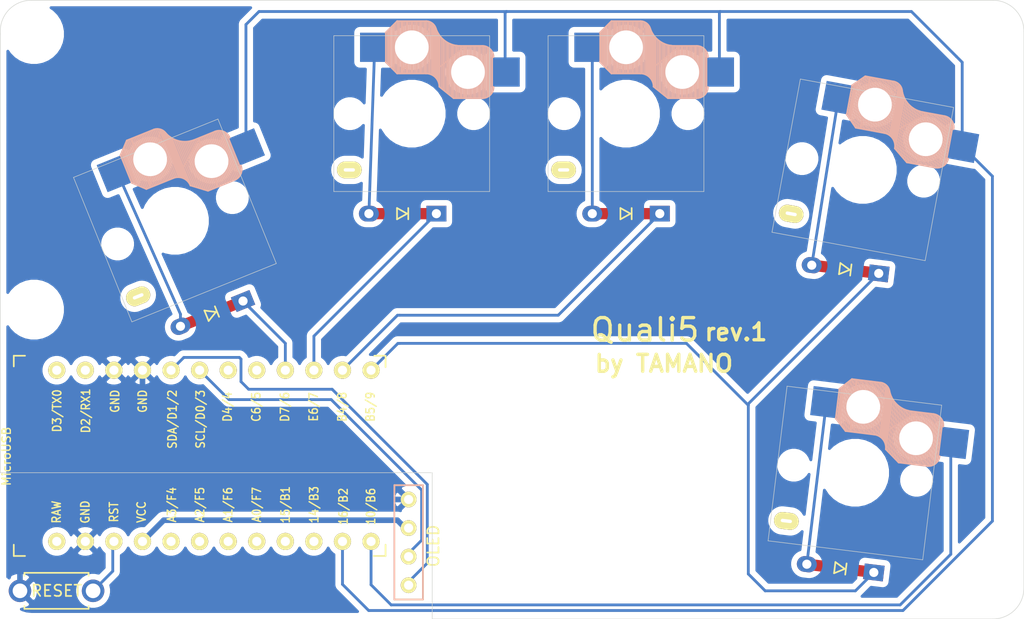
<source format=kicad_pcb>
(kicad_pcb (version 20171130) (host pcbnew "(5.1.9-0-10_14)")

  (general
    (thickness 1.6)
    (drawings 38)
    (tracks 84)
    (zones 0)
    (modules 18)
    (nets 17)
  )

  (page A4)
  (layers
    (0 F.Cu signal hide)
    (31 B.Cu signal hide)
    (32 B.Adhes user hide)
    (33 F.Adhes user hide)
    (34 B.Paste user hide)
    (35 F.Paste user hide)
    (36 B.SilkS user hide)
    (37 F.SilkS user hide)
    (38 B.Mask user hide)
    (39 F.Mask user hide)
    (40 Dwgs.User user hide)
    (41 Cmts.User user hide)
    (42 Eco1.User user hide)
    (43 Eco2.User user hide)
    (44 Edge.Cuts user)
    (45 Margin user hide)
    (46 B.CrtYd user hide)
    (47 F.CrtYd user hide)
    (48 B.Fab user hide)
    (49 F.Fab user hide)
  )

  (setup
    (last_trace_width 0.25)
    (trace_clearance 0.25)
    (zone_clearance 0.508)
    (zone_45_only no)
    (trace_min 0.2)
    (via_size 0.8)
    (via_drill 0.4)
    (via_min_size 0.4)
    (via_min_drill 0.3)
    (uvia_size 0.3)
    (uvia_drill 0.1)
    (uvias_allowed no)
    (uvia_min_size 0.2)
    (uvia_min_drill 0.1)
    (edge_width 0.05)
    (segment_width 0.2)
    (pcb_text_width 0.3)
    (pcb_text_size 1.5 1.5)
    (mod_edge_width 0.12)
    (mod_text_size 1 1)
    (mod_text_width 0.15)
    (pad_size 1.524 1.524)
    (pad_drill 0.762)
    (pad_to_mask_clearance 0)
    (aux_axis_origin 0 0)
    (grid_origin 114.91 139.09)
    (visible_elements FFFFFFFF)
    (pcbplotparams
      (layerselection 0x010f0_ffffffff)
      (usegerberextensions false)
      (usegerberattributes true)
      (usegerberadvancedattributes true)
      (creategerberjobfile true)
      (excludeedgelayer true)
      (linewidth 0.100000)
      (plotframeref false)
      (viasonmask false)
      (mode 1)
      (useauxorigin false)
      (hpglpennumber 1)
      (hpglpenspeed 20)
      (hpglpendiameter 15.000000)
      (psnegative false)
      (psa4output false)
      (plotreference true)
      (plotvalue true)
      (plotinvisibletext false)
      (padsonsilk false)
      (subtractmaskfromsilk false)
      (outputformat 1)
      (mirror false)
      (drillshape 0)
      (scaleselection 1)
      (outputdirectory "gerber/"))
  )

  (net 0 "")
  (net 1 "Net-(D1-Pad2)")
  (net 2 row0)
  (net 3 row1)
  (net 4 "Net-(D2-Pad2)")
  (net 5 "Net-(D3-Pad2)")
  (net 6 "Net-(D4-Pad2)")
  (net 7 "Net-(D5-Pad2)")
  (net 8 SDA)
  (net 9 SCL)
  (net 10 VCC)
  (net 11 GND)
  (net 12 RST)
  (net 13 col0)
  (net 14 col1)
  (net 15 row2)
  (net 16 row3)

  (net_class Default "This is the default net class."
    (clearance 0.25)
    (trace_width 0.25)
    (via_dia 0.8)
    (via_drill 0.4)
    (uvia_dia 0.3)
    (uvia_drill 0.1)
    (add_net "Net-(D1-Pad2)")
    (add_net "Net-(D2-Pad2)")
    (add_net "Net-(D3-Pad2)")
    (add_net "Net-(D4-Pad2)")
    (add_net "Net-(D5-Pad2)")
    (add_net RST)
    (add_net SCL)
    (add_net SDA)
    (add_net col0)
    (add_net col1)
    (add_net row0)
    (add_net row1)
    (add_net row2)
    (add_net row3)
  )

  (net_class 電源 ""
    (clearance 0.25)
    (trace_width 0.5)
    (via_dia 0.8)
    (via_drill 0.4)
    (uvia_dia 0.3)
    (uvia_drill 0.1)
    (add_net GND)
    (add_net VCC)
  )

  (module kbd:ChocV1_V2_Hotswap (layer F.Cu) (tedit 60090092) (tstamp 60B06036)
    (at 152.91 127.09 173)
    (path /60AA757B)
    (fp_text reference SW6 (at -6.85 -8.45 173) (layer F.SilkS) hide
      (effects (font (size 1 1) (thickness 0.15)))
    )
    (fp_text value SW_PUSH (at 4.95 -8.6 173) (layer F.Fab) hide
      (effects (font (size 1 1) (thickness 0.15)))
    )
    (fp_line (start -4.65 5.9) (end -4.65 1.4) (layer B.SilkS) (width 0.12))
    (fp_line (start -1.8 3.6) (end -4.65 5.9) (layer B.SilkS) (width 0.12))
    (fp_line (start -1.8 7.95) (end -1.8 3.6) (layer B.SilkS) (width 0.12))
    (fp_line (start 0.9 3.65) (end -1.8 7.95) (layer B.SilkS) (width 0.12))
    (fp_line (start 0.9 8.1) (end 0.9 3.65) (layer B.SilkS) (width 0.12))
    (fp_line (start -9.525 9.525) (end -9.525 -9.525) (layer Dwgs.User) (width 0.15))
    (fp_line (start 9.525 9.525) (end -9.525 9.525) (layer Dwgs.User) (width 0.15))
    (fp_line (start 9.525 -9.525) (end 9.525 9.525) (layer Dwgs.User) (width 0.15))
    (fp_line (start -9.525 -9.525) (end 9.525 -9.525) (layer Dwgs.User) (width 0.15))
    (fp_line (start 1.3 8.225) (end -1.3 8.225) (layer B.SilkS) (width 0.15))
    (fp_line (start 1.3 3.575) (end -1.275 3.575) (layer B.SilkS) (width 0.15))
    (fp_line (start -3.725 1.375) (end -6.275 1.375) (layer B.SilkS) (width 0.15))
    (fp_line (start -4.3 6.025) (end -6.275 6.025) (layer B.SilkS) (width 0.15))
    (fp_line (start 2.3 4.575) (end 2.3 7.225) (layer B.SilkS) (width 0.15))
    (fp_line (start -6 7) (end -7 7) (layer Dwgs.User) (width 0.15))
    (fp_line (start -7 7) (end -7 6) (layer Dwgs.User) (width 0.15))
    (fp_line (start 6 7) (end 7 7) (layer Dwgs.User) (width 0.15))
    (fp_line (start 7 7) (end 7 6) (layer Dwgs.User) (width 0.15))
    (fp_line (start -7 -6) (end -7 -7) (layer Dwgs.User) (width 0.15))
    (fp_line (start -7 -7) (end -6 -7) (layer Dwgs.User) (width 0.15))
    (fp_line (start 7 -6) (end 7 -7) (layer Dwgs.User) (width 0.15))
    (fp_line (start 7 -7) (end 6 -7) (layer Dwgs.User) (width 0.15))
    (fp_line (start 1.3 8.225) (end 2.325 7.2) (layer B.SilkS) (width 0.15))
    (fp_line (start 1.3 3.575) (end 2.325 4.6) (layer B.SilkS) (width 0.15))
    (fp_line (start -3.725 1.375) (end -2.45 2.4) (layer B.SilkS) (width 0.15))
    (fp_line (start -7.15 5.5) (end -7.15 1.9) (layer B.SilkS) (width 0.15))
    (fp_line (start -7 5.7) (end -7 1.7) (layer B.SilkS) (width 0.15))
    (fp_line (start -6.85 5.8) (end -6.85 1.6) (layer B.SilkS) (width 0.15))
    (fp_line (start -6.7 5.9) (end -6.7 1.5) (layer B.SilkS) (width 0.15))
    (fp_line (start -6.55 5.95) (end -6.55 1.45) (layer B.SilkS) (width 0.15))
    (fp_line (start -6.4 6) (end -6.4 1.45) (layer B.SilkS) (width 0.15))
    (fp_line (start -6.25 6) (end -6.25 1.4) (layer B.SilkS) (width 0.15))
    (fp_line (start -6.1 6) (end -6.1 1.4) (layer B.SilkS) (width 0.15))
    (fp_line (start -5.95 6) (end -5.95 1.4) (layer B.SilkS) (width 0.15))
    (fp_line (start -5.8 6) (end -5.8 1.4) (layer B.SilkS) (width 0.15))
    (fp_line (start -5.65 6) (end -5.65 1.4) (layer B.SilkS) (width 0.15))
    (fp_line (start -5.5 6) (end -5.5 1.4) (layer B.SilkS) (width 0.15))
    (fp_line (start -5.35 6) (end -5.35 1.4) (layer B.SilkS) (width 0.15))
    (fp_line (start -5.2 6) (end -5.2 1.4) (layer B.SilkS) (width 0.15))
    (fp_line (start -5.05 6) (end -5.05 1.4) (layer B.SilkS) (width 0.15))
    (fp_line (start -4.9 6) (end -4.9 1.4) (layer B.SilkS) (width 0.15))
    (fp_line (start -4.75 6) (end -4.75 1.4) (layer B.SilkS) (width 0.15))
    (fp_line (start -4.6 6) (end -4.6 1.4) (layer B.SilkS) (width 0.15))
    (fp_line (start -4.45 6) (end -4.45 1.4) (layer B.SilkS) (width 0.15))
    (fp_line (start -4.3 6) (end -4.3 1.4) (layer B.SilkS) (width 0.15))
    (fp_line (start -4.15 6) (end -4.15 1.45) (layer B.SilkS) (width 0.15))
    (fp_line (start -4 6.05) (end -4 1.4) (layer B.SilkS) (width 0.15))
    (fp_line (start -3.85 6.05) (end -3.85 1.4) (layer B.SilkS) (width 0.15))
    (fp_line (start -3.7 6.05) (end -3.7 1.45) (layer B.SilkS) (width 0.15))
    (fp_line (start -3.55 6.1) (end -3.55 1.55) (layer B.SilkS) (width 0.15))
    (fp_line (start -3.4 6.2) (end -3.4 1.65) (layer B.SilkS) (width 0.15))
    (fp_line (start -3.25 6.25) (end -3.25 1.8) (layer B.SilkS) (width 0.15))
    (fp_line (start -3.1 6.35) (end -3.1 1.9) (layer B.SilkS) (width 0.15))
    (fp_line (start -2.95 6.45) (end -2.95 2.05) (layer B.SilkS) (width 0.15))
    (fp_line (start -2.8 6.55) (end -2.8 2.15) (layer B.SilkS) (width 0.15))
    (fp_line (start -2.65 6.7) (end -2.65 2.25) (layer B.SilkS) (width 0.15))
    (fp_line (start -2.5 6.85) (end -2.5 2.4) (layer B.SilkS) (width 0.15))
    (fp_line (start -2.4 7.05) (end -2.4 2.9) (layer B.SilkS) (width 0.15))
    (fp_line (start -2.3 7.2) (end -2.3 3.05) (layer B.SilkS) (width 0.15))
    (fp_line (start -2.2 7.4) (end -2.2 3.25) (layer B.SilkS) (width 0.15))
    (fp_line (start -2.1 7.55) (end -2.1 3.35) (layer B.SilkS) (width 0.15))
    (fp_line (start -2 7.8) (end -2 3.4) (layer B.SilkS) (width 0.15))
    (fp_line (start -1.9 7.95) (end -1.9 3.45) (layer B.SilkS) (width 0.15))
    (fp_line (start -1.75 8.05) (end -1.75 3.5) (layer B.SilkS) (width 0.15))
    (fp_line (start -1.6 8.15) (end -1.6 3.6) (layer B.SilkS) (width 0.15))
    (fp_line (start -1.45 8.2) (end -1.45 3.6) (layer B.SilkS) (width 0.15))
    (fp_line (start -1.3 8.2) (end -1.3 3.6) (layer B.SilkS) (width 0.15))
    (fp_line (start -1.15 8.2) (end -1.15 3.65) (layer B.SilkS) (width 0.15))
    (fp_line (start -1 8.2) (end -1 3.6) (layer B.SilkS) (width 0.15))
    (fp_line (start -0.85 8.2) (end -0.85 3.6) (layer B.SilkS) (width 0.15))
    (fp_line (start -0.7 8.2) (end -0.7 3.6) (layer B.SilkS) (width 0.15))
    (fp_line (start -0.55 8.2) (end -0.55 3.6) (layer B.SilkS) (width 0.15))
    (fp_line (start -0.4 8.2) (end -0.4 3.6) (layer B.SilkS) (width 0.15))
    (fp_line (start -0.25 8.2) (end -0.25 3.6) (layer B.SilkS) (width 0.15))
    (fp_line (start -0.1 8.2) (end -0.1 3.6) (layer B.SilkS) (width 0.15))
    (fp_line (start 0.05 8.2) (end 0.05 3.6) (layer B.SilkS) (width 0.15))
    (fp_line (start 0.2 8.2) (end 0.2 3.6) (layer B.SilkS) (width 0.15))
    (fp_line (start 0.35 8.2) (end 0.35 3.6) (layer B.SilkS) (width 0.15))
    (fp_line (start 0.5 8.2) (end 0.5 3.6) (layer B.SilkS) (width 0.15))
    (fp_line (start 0.65 8.2) (end 0.65 3.6) (layer B.SilkS) (width 0.15))
    (fp_line (start 0.8 8.2) (end 0.8 3.6) (layer B.SilkS) (width 0.15))
    (fp_line (start 0.95 8.2) (end 0.95 3.6) (layer B.SilkS) (width 0.15))
    (fp_line (start 1.1 8.2) (end 1.1 3.6) (layer B.SilkS) (width 0.15))
    (fp_line (start 1.25 8.2) (end 1.25 3.6) (layer B.SilkS) (width 0.15))
    (fp_line (start 1.4 8.1) (end 1.4 3.7) (layer B.SilkS) (width 0.15))
    (fp_line (start 1.55 7.95) (end 1.55 3.85) (layer B.SilkS) (width 0.15))
    (fp_line (start 1.7 7.8) (end 1.7 4) (layer B.SilkS) (width 0.15))
    (fp_line (start 1.85 7.65) (end 1.85 4.15) (layer B.SilkS) (width 0.15))
    (fp_line (start 1.95 7.55) (end 1.95 4.25) (layer B.SilkS) (width 0.15))
    (fp_line (start 2.05 7.45) (end 2.05 4.35) (layer B.SilkS) (width 0.15))
    (fp_line (start 2.15 7.35) (end 2.15 4.45) (layer B.SilkS) (width 0.15))
    (fp_arc (start -1.275 2.4) (end -1.275 3.575) (angle 90) (layer B.SilkS) (width 0.15))
    (fp_arc (start -4.3 8.3) (end -4.3 6.025) (angle 70) (layer B.SilkS) (width 0.15))
    (fp_arc (start -6.275 2.375) (end -7.275 2.375) (angle 90) (layer B.SilkS) (width 0.15))
    (fp_arc (start -6.275 5.025) (end -7.275 5.025) (angle -90) (layer B.SilkS) (width 0.15))
    (fp_arc (start -1.262199 7.296904) (end -2.162199 7.521904) (angle -73.56696737) (layer B.SilkS) (width 0.15))
    (pad "" np_thru_hole circle (at 5.5 0 263) (size 1.9 1.9) (drill 1.9) (layers *.Cu))
    (pad "" np_thru_hole circle (at -5.5 0 263) (size 1.9 1.9) (drill 1.9) (layers *.Cu))
    (pad "" np_thru_hole circle (at 0 0 263) (size 5 5) (drill 5) (layers *.Cu))
    (pad "" np_thru_hole circle (at 0 5.9 263) (size 3 3) (drill 3) (layers *.Cu *.Mask))
    (pad "" np_thru_hole circle (at -5 3.7 263) (size 3 3) (drill 3) (layers *.Cu *.Mask))
    (pad 2 smd rect (at 3.3 5.9 353) (size 2.6 2.6) (layers B.Cu B.Paste B.Mask)
      (net 7 "Net-(D5-Pad2)"))
    (pad 1 smd rect (at -8.3 3.7 353) (size 2.6 2.6) (layers B.Cu B.Paste B.Mask)
      (net 14 col1))
    (pad "" thru_hole oval (at 5.55 -5 353) (size 2.2 1.5) (drill oval 1 0.3) (layers *.Cu F.SilkS B.Mask))
  )

  (module kbd:ProMicro_v3.5 (layer F.Cu) (tedit 5CC05BC0) (tstamp 60B06088)
    (at 96.41 125.59 90)
    (path /60AA1DB7)
    (fp_text reference U1 (at 0 -5 180) (layer F.SilkS) hide
      (effects (font (size 1 1) (thickness 0.15)))
    )
    (fp_text value ProMicro (at -0.1 0.05) (layer F.Fab) hide
      (effects (font (size 1 1) (thickness 0.15)))
    )
    (fp_line (start 8.9 14.75) (end 7.89 14.75) (layer F.SilkS) (width 0.15))
    (fp_line (start -8.9 14.75) (end -7.9 14.75) (layer F.SilkS) (width 0.15))
    (fp_line (start 8.9 13.75) (end 8.9 14.75) (layer F.SilkS) (width 0.15))
    (fp_line (start -8.9 13.7) (end -8.9 14.75) (layer F.SilkS) (width 0.15))
    (fp_line (start 8.9 -18.3) (end 7.95 -18.3) (layer F.SilkS) (width 0.15))
    (fp_line (start -8.9 -18.3) (end -7.9 -18.3) (layer F.SilkS) (width 0.15))
    (fp_line (start 8.9 -18.3) (end 8.9 -17.3) (layer F.SilkS) (width 0.15))
    (fp_line (start -8.9 -18.3) (end -8.9 -17.3) (layer F.SilkS) (width 0.15))
    (fp_line (start -8.9 14.75) (end -8.9 -18.3) (layer F.Fab) (width 0.15))
    (fp_line (start 8.9 14.75) (end -8.9 14.75) (layer F.Fab) (width 0.15))
    (fp_line (start 8.9 -18.3) (end 8.9 14.75) (layer F.Fab) (width 0.15))
    (fp_line (start -8.9 -18.3) (end -3.75 -18.3) (layer F.Fab) (width 0.15))
    (fp_line (start -3.75 -19.6) (end 3.75 -19.6) (layer F.Fab) (width 0.15))
    (fp_line (start 3.75 -19.6) (end 3.75 -18.3) (layer F.Fab) (width 0.15))
    (fp_line (start -3.75 -19.6) (end -3.75 -18.299039) (layer F.Fab) (width 0.15))
    (fp_line (start -3.75 -18.3) (end 3.75 -18.3) (layer F.Fab) (width 0.15))
    (fp_line (start 3.76 -18.3) (end 8.9 -18.3) (layer F.Fab) (width 0.15))
    (fp_line (start -3.75 -21.2) (end -3.75 -19.9) (layer F.SilkS) (width 0.15))
    (fp_line (start -3.75 -19.9) (end 3.75 -19.9) (layer F.SilkS) (width 0.15))
    (fp_line (start 3.75 -19.9) (end 3.75 -21.2) (layer F.SilkS) (width 0.15))
    (fp_line (start 3.75 -21.2) (end -3.75 -21.2) (layer F.SilkS) (width 0.15))
    (fp_line (start -0.5 -20.85) (end 0.5 -20.85) (layer F.SilkS) (width 0.15))
    (fp_line (start 0.5 -20.85) (end 0 -20.2) (layer F.SilkS) (width 0.15))
    (fp_line (start 0 -20.2) (end -0.5 -20.85) (layer F.SilkS) (width 0.15))
    (fp_line (start -0.35 -20.7) (end 0.35 -20.7) (layer F.SilkS) (width 0.15))
    (fp_line (start -0.25 -20.55) (end 0.25 -20.55) (layer F.SilkS) (width 0.15))
    (fp_line (start -0.15 -20.4) (end 0.15 -20.4) (layer F.SilkS) (width 0.15))
    (fp_text user MicroUSB (at -0.05 -18.95 90) (layer F.SilkS)
      (effects (font (size 0.75 0.75) (thickness 0.12)))
    )
    (fp_text user B4/8 (at 4.355 10.9 90 unlocked) (layer F.SilkS)
      (effects (font (size 0.75 0.67) (thickness 0.125)))
    )
    (fp_text user D2/RX1 (at 4.005 -11.9 90 unlocked) (layer F.SilkS)
      (effects (font (size 0.75 0.67) (thickness 0.125)))
    )
    (fp_text user B5/9 (at 4.355 13.4 90 unlocked) (layer F.SilkS)
      (effects (font (size 0.75 0.67) (thickness 0.125)))
    )
    (fp_text user C6/5 (at 4.355 3.25 90 unlocked) (layer F.SilkS)
      (effects (font (size 0.75 0.67) (thickness 0.125)))
    )
    (fp_text user SCL/D0/3 (at 3.255 -1.7 90 unlocked) (layer F.SilkS)
      (effects (font (size 0.75 0.67) (thickness 0.125)))
    )
    (fp_text user SDA/D1/2 (at 3.255 -4.2 90 unlocked) (layer F.SilkS)
      (effects (font (size 0.75 0.67) (thickness 0.125)))
    )
    (fp_text user D4/4 (at 4.355 0.7 90 unlocked) (layer F.SilkS)
      (effects (font (size 0.75 0.67) (thickness 0.125)))
    )
    (fp_text user D3/TX0 (at 4.005 -14.45 90 unlocked) (layer F.SilkS)
      (effects (font (size 0.75 0.67) (thickness 0.125)))
    )
    (fp_text user GND (at 4.855 -6.85 90 unlocked) (layer F.SilkS)
      (effects (font (size 0.75 0.67) (thickness 0.125)))
    )
    (fp_text user GND (at 4.855 -9.3 90 unlocked) (layer F.SilkS)
      (effects (font (size 0.75 0.67) (thickness 0.125)))
    )
    (fp_text user D7/6 (at 4.355 5.8 90 unlocked) (layer F.SilkS)
      (effects (font (size 0.75 0.67) (thickness 0.125)))
    )
    (fp_text user E6/7 (at 4.355 8.35 90 unlocked) (layer F.SilkS)
      (effects (font (size 0.75 0.67) (thickness 0.125)))
    )
    (fp_text user 16/B2 (at -4.5 11 90 unlocked) (layer F.SilkS)
      (effects (font (size 0.75 0.67) (thickness 0.125)))
    )
    (fp_text user 10/B6 (at -4.5 13.45 90 unlocked) (layer F.SilkS)
      (effects (font (size 0.75 0.67) (thickness 0.125)))
    )
    (fp_text user 14/B3 (at -4.345 8.4 90 unlocked) (layer F.SilkS)
      (effects (font (size 0.75 0.67) (thickness 0.125)))
    )
    (fp_text user 15/B1 (at -4.345 5.85 90 unlocked) (layer F.SilkS)
      (effects (font (size 0.75 0.67) (thickness 0.125)))
    )
    (fp_text user A0/F7 (at -4.345 3.3 90 unlocked) (layer F.SilkS)
      (effects (font (size 0.75 0.67) (thickness 0.125)))
    )
    (fp_text user A1/F6 (at -4.345 0.75 90 unlocked) (layer F.SilkS)
      (effects (font (size 0.75 0.67) (thickness 0.125)))
    )
    (fp_text user A2/F5 (at -4.345 -1.75 90 unlocked) (layer F.SilkS)
      (effects (font (size 0.75 0.67) (thickness 0.125)))
    )
    (fp_text user A3/F4 (at -4.345 -4.25 90 unlocked) (layer F.SilkS)
      (effects (font (size 0.75 0.67) (thickness 0.125)))
    )
    (fp_text user VCC (at -4.995 -6.95 90 unlocked) (layer F.SilkS)
      (effects (font (size 0.75 0.67) (thickness 0.125)))
    )
    (fp_text user RST (at -4.995 -9.4 90 unlocked) (layer F.SilkS)
      (effects (font (size 0.75 0.67) (thickness 0.125)))
    )
    (fp_text user GND (at -4.995 -11.95 90 unlocked) (layer F.SilkS)
      (effects (font (size 0.75 0.67) (thickness 0.125)))
    )
    (fp_text user RAW (at -4.995 -14.5 90 unlocked) (layer F.SilkS)
      (effects (font (size 0.75 0.67) (thickness 0.125)))
    )
    (fp_text user "" (at -0.545 -17.4 90) (layer F.SilkS)
      (effects (font (size 1 1) (thickness 0.15)))
    )
    (fp_text user "" (at -1.2515 -16.256 90) (layer B.SilkS)
      (effects (font (size 1 1) (thickness 0.15)) (justify mirror))
    )
    (pad 1 thru_hole circle (at 7.6114 -14.478 90) (size 1.524 1.524) (drill 0.8128) (layers *.Cu F.SilkS B.Mask))
    (pad 2 thru_hole circle (at 7.6114 -11.938 90) (size 1.524 1.524) (drill 0.8128) (layers *.Cu F.SilkS B.Mask))
    (pad 3 thru_hole circle (at 7.6114 -9.398 90) (size 1.524 1.524) (drill 0.8128) (layers *.Cu F.SilkS B.Mask)
      (net 11 GND))
    (pad 4 thru_hole circle (at 7.6114 -6.858 90) (size 1.524 1.524) (drill 0.8128) (layers *.Cu F.SilkS B.Mask)
      (net 11 GND))
    (pad 5 thru_hole circle (at 7.6114 -4.318 90) (size 1.524 1.524) (drill 0.8128) (layers *.Cu F.SilkS B.Mask)
      (net 8 SDA))
    (pad 6 thru_hole circle (at 7.6114 -1.778 90) (size 1.524 1.524) (drill 0.8128) (layers *.Cu F.SilkS B.Mask)
      (net 9 SCL))
    (pad 7 thru_hole circle (at 7.6114 0.762 90) (size 1.524 1.524) (drill 0.8128) (layers *.Cu F.SilkS B.Mask))
    (pad 8 thru_hole circle (at 7.6114 3.302 90) (size 1.524 1.524) (drill 0.8128) (layers *.Cu F.SilkS B.Mask))
    (pad 9 thru_hole circle (at 7.6114 5.842 90) (size 1.524 1.524) (drill 0.8128) (layers *.Cu F.SilkS B.Mask)
      (net 2 row0))
    (pad 10 thru_hole circle (at 7.6114 8.382 90) (size 1.524 1.524) (drill 0.8128) (layers *.Cu F.SilkS B.Mask)
      (net 3 row1))
    (pad 11 thru_hole circle (at 7.6114 10.922 90) (size 1.524 1.524) (drill 0.8128) (layers *.Cu F.SilkS B.Mask)
      (net 15 row2))
    (pad 12 thru_hole circle (at 7.6114 13.462 90) (size 1.524 1.524) (drill 0.8128) (layers *.Cu F.SilkS B.Mask)
      (net 16 row3))
    (pad 13 thru_hole circle (at -7.6086 13.462 90) (size 1.524 1.524) (drill 0.8128) (layers *.Cu F.SilkS B.Mask)
      (net 14 col1))
    (pad 14 thru_hole circle (at -7.6086 10.922 90) (size 1.524 1.524) (drill 0.8128) (layers *.Cu F.SilkS B.Mask)
      (net 13 col0))
    (pad 15 thru_hole circle (at -7.6086 8.382 90) (size 1.524 1.524) (drill 0.8128) (layers *.Cu F.SilkS B.Mask))
    (pad 16 thru_hole circle (at -7.6086 5.842 90) (size 1.524 1.524) (drill 0.8128) (layers *.Cu F.SilkS B.Mask))
    (pad 17 thru_hole circle (at -7.6086 3.302 90) (size 1.524 1.524) (drill 0.8128) (layers *.Cu F.SilkS B.Mask))
    (pad 18 thru_hole circle (at -7.6086 0.762 90) (size 1.524 1.524) (drill 0.8128) (layers *.Cu F.SilkS B.Mask))
    (pad 19 thru_hole circle (at -7.6086 -1.778 90) (size 1.524 1.524) (drill 0.8128) (layers *.Cu F.SilkS B.Mask))
    (pad 20 thru_hole circle (at -7.6086 -4.318 90) (size 1.524 1.524) (drill 0.8128) (layers *.Cu F.SilkS B.Mask))
    (pad 21 thru_hole circle (at -7.6086 -6.858 90) (size 1.524 1.524) (drill 0.8128) (layers *.Cu F.SilkS B.Mask)
      (net 10 VCC))
    (pad 22 thru_hole circle (at -7.6086 -9.398 90) (size 1.524 1.524) (drill 0.8128) (layers *.Cu F.SilkS B.Mask)
      (net 12 RST))
    (pad 23 thru_hole circle (at -7.6086 -11.938 90) (size 1.524 1.524) (drill 0.8128) (layers *.Cu F.SilkS B.Mask)
      (net 11 GND))
    (pad 24 thru_hole circle (at -7.6086 -14.478 90) (size 1.524 1.524) (drill 0.8128) (layers *.Cu F.SilkS B.Mask))
  )

  (module kbd:D3_TH (layer F.Cu) (tedit 5F85C08E) (tstamp 60B05DE3)
    (at 132.54 104.06 180)
    (descr "Resitance 3 pas")
    (tags R)
    (path /60AAE914)
    (autoplace_cost180 10)
    (fp_text reference D3 (at 0.55 0 180) (layer F.Fab) hide
      (effects (font (size 0.5 0.5) (thickness 0.125)))
    )
    (fp_text value D_Small (at -0.55 0 180) (layer F.Fab) hide
      (effects (font (size 0.5 0.5) (thickness 0.125)))
    )
    (fp_line (start -0.4 0) (end 0.5 -0.5) (layer F.SilkS) (width 0.15))
    (fp_line (start 0.5 -0.5) (end 0.5 0.5) (layer F.SilkS) (width 0.15))
    (fp_line (start 0.5 0.5) (end -0.4 0) (layer F.SilkS) (width 0.15))
    (fp_line (start -0.5 -0.5) (end -0.5 0.5) (layer F.SilkS) (width 0.15))
    (pad 2 smd rect (at 1.775 0) (size 1.4 1) (layers F.Cu F.Paste F.Mask)
      (net 5 "Net-(D3-Pad2)"))
    (pad 1 smd rect (at -1.775 0) (size 1.4 1) (layers F.Cu F.Paste F.Mask)
      (net 15 row2))
    (pad 2 thru_hole oval (at 3 0 180) (size 1.778 1.397) (drill 0.8128) (layers *.Cu B.Mask)
      (net 5 "Net-(D3-Pad2)"))
    (pad 1 thru_hole rect (at -3 0 180) (size 1.778 1.397) (drill 0.8128) (layers *.Cu B.Mask)
      (net 15 row2))
    (model Diodes_SMD.3dshapes/SMB_Handsoldering.wrl
      (at (xyz 0 0 0))
      (scale (xyz 0.22 0.15 0.15))
      (rotate (xyz 0 0 180))
    )
    (model "/Users/foostan/src/github.com/foostan/kbd/kicad-packages3D/kbd.3dshapes/D_SOD-123 Soldered.step"
      (at (xyz 0 0 0))
      (scale (xyz 1 1 1))
      (rotate (xyz 0 0 0))
    )
    (model /Users/foostan/src/github.com/foostan/kbd/kicad-packages3D/kbd.3dshapes/D_SOD-123.step
      (at (xyz 0 0 0))
      (scale (xyz 1 1 1))
      (rotate (xyz 0 0 0))
    )
  )

  (module kbd:M2_HOLE_v2 (layer F.Cu) (tedit 5F7666A4) (tstamp 60B132E0)
    (at 118.41 133.59)
    (descr "Mounting Hole 2.2mm, no annular, M2")
    (tags "mounting hole 2.2mm no annular m2")
    (attr virtual)
    (fp_text reference Ref** (at -0.95 -0.55) (layer F.Fab) hide
      (effects (font (size 1 1) (thickness 0.15)))
    )
    (fp_text value Val** (at 0 0.55) (layer F.Fab) hide
      (effects (font (size 1 1) (thickness 0.15)))
    )
    (pad "" np_thru_hole circle (at 0 0) (size 4.3 4.3) (drill 4.3) (layers *.Cu *.Mask))
  )

  (module kbd:M2_HOLE_v2 (layer F.Cu) (tedit 5F7666A4) (tstamp 60B132D8)
    (at 164.91 137.09)
    (descr "Mounting Hole 2.2mm, no annular, M2")
    (tags "mounting hole 2.2mm no annular m2")
    (attr virtual)
    (fp_text reference Ref** (at -0.95 -0.55) (layer F.Fab) hide
      (effects (font (size 1 1) (thickness 0.15)))
    )
    (fp_text value Val** (at 0 0.55) (layer F.Fab) hide
      (effects (font (size 1 1) (thickness 0.15)))
    )
    (pad "" np_thru_hole circle (at 0 0) (size 4.3 4.3) (drill 4.3) (layers *.Cu *.Mask))
  )

  (module kbd:M2_HOLE_v2 (layer F.Cu) (tedit 5F7666A4) (tstamp 60B132D0)
    (at 164.91 88.09)
    (descr "Mounting Hole 2.2mm, no annular, M2")
    (tags "mounting hole 2.2mm no annular m2")
    (attr virtual)
    (fp_text reference Ref** (at -0.95 -0.55) (layer F.Fab) hide
      (effects (font (size 1 1) (thickness 0.15)))
    )
    (fp_text value Val** (at 0 0.55) (layer F.Fab) hide
      (effects (font (size 1 1) (thickness 0.15)))
    )
    (pad "" np_thru_hole circle (at 0 0) (size 4.3 4.3) (drill 4.3) (layers *.Cu *.Mask))
  )

  (module kbd:M2_HOLE_v2 (layer F.Cu) (tedit 5F7666A4) (tstamp 60B132CE)
    (at 79.91 112.59)
    (descr "Mounting Hole 2.2mm, no annular, M2")
    (tags "mounting hole 2.2mm no annular m2")
    (attr virtual)
    (fp_text reference Ref** (at -0.95 -0.55) (layer F.Fab) hide
      (effects (font (size 1 1) (thickness 0.15)))
    )
    (fp_text value Val** (at 0 0.55) (layer F.Fab) hide
      (effects (font (size 1 1) (thickness 0.15)))
    )
    (pad "" np_thru_hole circle (at 0 0) (size 4.3 4.3) (drill 4.3) (layers *.Cu *.Mask))
  )

  (module kbd:M2_HOLE_v2 (layer F.Cu) (tedit 5F7666A4) (tstamp 60B132A8)
    (at 79.91 88.09)
    (descr "Mounting Hole 2.2mm, no annular, M2")
    (tags "mounting hole 2.2mm no annular m2")
    (attr virtual)
    (fp_text reference Ref** (at -0.95 -0.55) (layer F.Fab) hide
      (effects (font (size 1 1) (thickness 0.15)))
    )
    (fp_text value Val** (at 0 0.55) (layer F.Fab) hide
      (effects (font (size 1 1) (thickness 0.15)))
    )
    (pad "" np_thru_hole circle (at 0 0) (size 4.3 4.3) (drill 4.3) (layers *.Cu *.Mask))
  )

  (module kbd:ChocV1_V2_Hotswap (layer F.Cu) (tedit 60090092) (tstamp 60B05E86)
    (at 92.44 104.695 202)
    (path /60AA4A69)
    (fp_text reference SW2 (at -6.85 -8.45 22) (layer F.SilkS) hide
      (effects (font (size 1 1) (thickness 0.15)))
    )
    (fp_text value SW_PUSH (at 4.95 -8.6 22) (layer F.Fab) hide
      (effects (font (size 1 1) (thickness 0.15)))
    )
    (fp_line (start -4.65 5.9) (end -4.65 1.4) (layer B.SilkS) (width 0.12))
    (fp_line (start -1.8 3.6) (end -4.65 5.9) (layer B.SilkS) (width 0.12))
    (fp_line (start -1.8 7.95) (end -1.8 3.6) (layer B.SilkS) (width 0.12))
    (fp_line (start 0.9 3.65) (end -1.8 7.95) (layer B.SilkS) (width 0.12))
    (fp_line (start 0.9 8.1) (end 0.9 3.65) (layer B.SilkS) (width 0.12))
    (fp_line (start -9.525 9.525) (end -9.525 -9.525) (layer Dwgs.User) (width 0.15))
    (fp_line (start 9.525 9.525) (end -9.525 9.525) (layer Dwgs.User) (width 0.15))
    (fp_line (start 9.525 -9.525) (end 9.525 9.525) (layer Dwgs.User) (width 0.15))
    (fp_line (start -9.525 -9.525) (end 9.525 -9.525) (layer Dwgs.User) (width 0.15))
    (fp_line (start 1.3 8.225) (end -1.3 8.225) (layer B.SilkS) (width 0.15))
    (fp_line (start 1.3 3.575) (end -1.275 3.575) (layer B.SilkS) (width 0.15))
    (fp_line (start -3.725 1.375) (end -6.275 1.375) (layer B.SilkS) (width 0.15))
    (fp_line (start -4.3 6.025) (end -6.275 6.025) (layer B.SilkS) (width 0.15))
    (fp_line (start 2.3 4.575) (end 2.3 7.225) (layer B.SilkS) (width 0.15))
    (fp_line (start -6 7) (end -7 7) (layer Dwgs.User) (width 0.15))
    (fp_line (start -7 7) (end -7 6) (layer Dwgs.User) (width 0.15))
    (fp_line (start 6 7) (end 7 7) (layer Dwgs.User) (width 0.15))
    (fp_line (start 7 7) (end 7 6) (layer Dwgs.User) (width 0.15))
    (fp_line (start -7 -6) (end -7 -7) (layer Dwgs.User) (width 0.15))
    (fp_line (start -7 -7) (end -6 -7) (layer Dwgs.User) (width 0.15))
    (fp_line (start 7 -6) (end 7 -7) (layer Dwgs.User) (width 0.15))
    (fp_line (start 7 -7) (end 6 -7) (layer Dwgs.User) (width 0.15))
    (fp_line (start 1.3 8.225) (end 2.325 7.2) (layer B.SilkS) (width 0.15))
    (fp_line (start 1.3 3.575) (end 2.325 4.6) (layer B.SilkS) (width 0.15))
    (fp_line (start -3.725 1.375) (end -2.45 2.4) (layer B.SilkS) (width 0.15))
    (fp_line (start -7.15 5.5) (end -7.15 1.9) (layer B.SilkS) (width 0.15))
    (fp_line (start -7 5.7) (end -7 1.7) (layer B.SilkS) (width 0.15))
    (fp_line (start -6.85 5.8) (end -6.85 1.6) (layer B.SilkS) (width 0.15))
    (fp_line (start -6.7 5.9) (end -6.7 1.5) (layer B.SilkS) (width 0.15))
    (fp_line (start -6.55 5.95) (end -6.55 1.45) (layer B.SilkS) (width 0.15))
    (fp_line (start -6.4 6) (end -6.4 1.45) (layer B.SilkS) (width 0.15))
    (fp_line (start -6.25 6) (end -6.25 1.4) (layer B.SilkS) (width 0.15))
    (fp_line (start -6.1 6) (end -6.1 1.4) (layer B.SilkS) (width 0.15))
    (fp_line (start -5.95 6) (end -5.95 1.4) (layer B.SilkS) (width 0.15))
    (fp_line (start -5.8 6) (end -5.8 1.4) (layer B.SilkS) (width 0.15))
    (fp_line (start -5.65 6) (end -5.65 1.4) (layer B.SilkS) (width 0.15))
    (fp_line (start -5.5 6) (end -5.5 1.4) (layer B.SilkS) (width 0.15))
    (fp_line (start -5.35 6) (end -5.35 1.4) (layer B.SilkS) (width 0.15))
    (fp_line (start -5.2 6) (end -5.2 1.4) (layer B.SilkS) (width 0.15))
    (fp_line (start -5.05 6) (end -5.05 1.4) (layer B.SilkS) (width 0.15))
    (fp_line (start -4.9 6) (end -4.9 1.4) (layer B.SilkS) (width 0.15))
    (fp_line (start -4.75 6) (end -4.75 1.4) (layer B.SilkS) (width 0.15))
    (fp_line (start -4.6 6) (end -4.6 1.4) (layer B.SilkS) (width 0.15))
    (fp_line (start -4.45 6) (end -4.45 1.4) (layer B.SilkS) (width 0.15))
    (fp_line (start -4.3 6) (end -4.3 1.4) (layer B.SilkS) (width 0.15))
    (fp_line (start -4.15 6) (end -4.15 1.45) (layer B.SilkS) (width 0.15))
    (fp_line (start -4 6.05) (end -4 1.4) (layer B.SilkS) (width 0.15))
    (fp_line (start -3.85 6.05) (end -3.85 1.4) (layer B.SilkS) (width 0.15))
    (fp_line (start -3.7 6.05) (end -3.7 1.45) (layer B.SilkS) (width 0.15))
    (fp_line (start -3.55 6.1) (end -3.55 1.55) (layer B.SilkS) (width 0.15))
    (fp_line (start -3.4 6.2) (end -3.4 1.65) (layer B.SilkS) (width 0.15))
    (fp_line (start -3.25 6.25) (end -3.25 1.8) (layer B.SilkS) (width 0.15))
    (fp_line (start -3.1 6.35) (end -3.1 1.9) (layer B.SilkS) (width 0.15))
    (fp_line (start -2.95 6.45) (end -2.95 2.05) (layer B.SilkS) (width 0.15))
    (fp_line (start -2.8 6.55) (end -2.8 2.15) (layer B.SilkS) (width 0.15))
    (fp_line (start -2.65 6.7) (end -2.65 2.25) (layer B.SilkS) (width 0.15))
    (fp_line (start -2.5 6.85) (end -2.5 2.4) (layer B.SilkS) (width 0.15))
    (fp_line (start -2.4 7.05) (end -2.4 2.9) (layer B.SilkS) (width 0.15))
    (fp_line (start -2.3 7.2) (end -2.3 3.05) (layer B.SilkS) (width 0.15))
    (fp_line (start -2.2 7.4) (end -2.2 3.25) (layer B.SilkS) (width 0.15))
    (fp_line (start -2.1 7.55) (end -2.1 3.35) (layer B.SilkS) (width 0.15))
    (fp_line (start -2 7.8) (end -2 3.4) (layer B.SilkS) (width 0.15))
    (fp_line (start -1.9 7.95) (end -1.9 3.45) (layer B.SilkS) (width 0.15))
    (fp_line (start -1.75 8.05) (end -1.75 3.5) (layer B.SilkS) (width 0.15))
    (fp_line (start -1.6 8.15) (end -1.6 3.6) (layer B.SilkS) (width 0.15))
    (fp_line (start -1.45 8.2) (end -1.45 3.6) (layer B.SilkS) (width 0.15))
    (fp_line (start -1.3 8.2) (end -1.3 3.6) (layer B.SilkS) (width 0.15))
    (fp_line (start -1.15 8.2) (end -1.15 3.65) (layer B.SilkS) (width 0.15))
    (fp_line (start -1 8.2) (end -1 3.6) (layer B.SilkS) (width 0.15))
    (fp_line (start -0.85 8.2) (end -0.85 3.6) (layer B.SilkS) (width 0.15))
    (fp_line (start -0.7 8.2) (end -0.7 3.6) (layer B.SilkS) (width 0.15))
    (fp_line (start -0.55 8.2) (end -0.55 3.6) (layer B.SilkS) (width 0.15))
    (fp_line (start -0.4 8.2) (end -0.4 3.6) (layer B.SilkS) (width 0.15))
    (fp_line (start -0.25 8.2) (end -0.25 3.6) (layer B.SilkS) (width 0.15))
    (fp_line (start -0.1 8.2) (end -0.1 3.6) (layer B.SilkS) (width 0.15))
    (fp_line (start 0.05 8.2) (end 0.05 3.6) (layer B.SilkS) (width 0.15))
    (fp_line (start 0.2 8.2) (end 0.2 3.6) (layer B.SilkS) (width 0.15))
    (fp_line (start 0.35 8.2) (end 0.35 3.6) (layer B.SilkS) (width 0.15))
    (fp_line (start 0.5 8.2) (end 0.5 3.6) (layer B.SilkS) (width 0.15))
    (fp_line (start 0.65 8.2) (end 0.65 3.6) (layer B.SilkS) (width 0.15))
    (fp_line (start 0.8 8.2) (end 0.8 3.6) (layer B.SilkS) (width 0.15))
    (fp_line (start 0.95 8.2) (end 0.95 3.6) (layer B.SilkS) (width 0.15))
    (fp_line (start 1.1 8.2) (end 1.1 3.6) (layer B.SilkS) (width 0.15))
    (fp_line (start 1.25 8.2) (end 1.25 3.6) (layer B.SilkS) (width 0.15))
    (fp_line (start 1.4 8.1) (end 1.4 3.7) (layer B.SilkS) (width 0.15))
    (fp_line (start 1.55 7.95) (end 1.55 3.85) (layer B.SilkS) (width 0.15))
    (fp_line (start 1.7 7.8) (end 1.7 4) (layer B.SilkS) (width 0.15))
    (fp_line (start 1.85 7.65) (end 1.85 4.15) (layer B.SilkS) (width 0.15))
    (fp_line (start 1.95 7.55) (end 1.95 4.25) (layer B.SilkS) (width 0.15))
    (fp_line (start 2.05 7.45) (end 2.05 4.35) (layer B.SilkS) (width 0.15))
    (fp_line (start 2.15 7.35) (end 2.15 4.45) (layer B.SilkS) (width 0.15))
    (fp_arc (start -1.275 2.4) (end -1.275 3.575) (angle 90) (layer B.SilkS) (width 0.15))
    (fp_arc (start -4.3 8.3) (end -4.3 6.025) (angle 70) (layer B.SilkS) (width 0.15))
    (fp_arc (start -6.275 2.375) (end -7.275 2.375) (angle 90) (layer B.SilkS) (width 0.15))
    (fp_arc (start -6.275 5.025) (end -7.275 5.025) (angle -90) (layer B.SilkS) (width 0.15))
    (fp_arc (start -1.262199 7.296904) (end -2.162199 7.521904) (angle -73.56696737) (layer B.SilkS) (width 0.15))
    (pad "" np_thru_hole circle (at 5.5 0 292) (size 1.9 1.9) (drill 1.9) (layers *.Cu))
    (pad "" np_thru_hole circle (at -5.5 0 292) (size 1.9 1.9) (drill 1.9) (layers *.Cu))
    (pad "" np_thru_hole circle (at 0 0 292) (size 5 5) (drill 5) (layers *.Cu))
    (pad "" np_thru_hole circle (at 0 5.9 292) (size 3 3) (drill 3) (layers *.Cu *.Mask))
    (pad "" np_thru_hole circle (at -5 3.7 292) (size 3 3) (drill 3) (layers *.Cu *.Mask))
    (pad 2 smd rect (at 3.3 5.9 22) (size 2.6 2.6) (layers B.Cu B.Paste B.Mask)
      (net 1 "Net-(D1-Pad2)"))
    (pad 1 smd rect (at -8.3 3.7 22) (size 2.6 2.6) (layers B.Cu B.Paste B.Mask)
      (net 13 col0))
    (pad "" thru_hole oval (at 5.55 -5 22) (size 2.2 1.5) (drill oval 1 0.3) (layers *.Cu F.SilkS B.Mask))
  )

  (module kbd:ChocV1_V2_Hotswap (layer F.Cu) (tedit 60090092) (tstamp 60B05EF2)
    (at 113.49 95.17 180)
    (path /60AA4F55)
    (fp_text reference SW3 (at -6.85 -8.45) (layer F.SilkS) hide
      (effects (font (size 1 1) (thickness 0.15)))
    )
    (fp_text value SW_PUSH (at 4.95 -8.6) (layer F.Fab) hide
      (effects (font (size 1 1) (thickness 0.15)))
    )
    (fp_line (start 2.15 7.35) (end 2.15 4.45) (layer B.SilkS) (width 0.15))
    (fp_line (start 2.05 7.45) (end 2.05 4.35) (layer B.SilkS) (width 0.15))
    (fp_line (start 1.95 7.55) (end 1.95 4.25) (layer B.SilkS) (width 0.15))
    (fp_line (start 1.85 7.65) (end 1.85 4.15) (layer B.SilkS) (width 0.15))
    (fp_line (start 1.7 7.8) (end 1.7 4) (layer B.SilkS) (width 0.15))
    (fp_line (start 1.55 7.95) (end 1.55 3.85) (layer B.SilkS) (width 0.15))
    (fp_line (start 1.4 8.1) (end 1.4 3.7) (layer B.SilkS) (width 0.15))
    (fp_line (start 1.25 8.2) (end 1.25 3.6) (layer B.SilkS) (width 0.15))
    (fp_line (start 1.1 8.2) (end 1.1 3.6) (layer B.SilkS) (width 0.15))
    (fp_line (start 0.95 8.2) (end 0.95 3.6) (layer B.SilkS) (width 0.15))
    (fp_line (start 0.8 8.2) (end 0.8 3.6) (layer B.SilkS) (width 0.15))
    (fp_line (start 0.65 8.2) (end 0.65 3.6) (layer B.SilkS) (width 0.15))
    (fp_line (start 0.5 8.2) (end 0.5 3.6) (layer B.SilkS) (width 0.15))
    (fp_line (start 0.35 8.2) (end 0.35 3.6) (layer B.SilkS) (width 0.15))
    (fp_line (start 0.2 8.2) (end 0.2 3.6) (layer B.SilkS) (width 0.15))
    (fp_line (start 0.05 8.2) (end 0.05 3.6) (layer B.SilkS) (width 0.15))
    (fp_line (start -0.1 8.2) (end -0.1 3.6) (layer B.SilkS) (width 0.15))
    (fp_line (start -0.25 8.2) (end -0.25 3.6) (layer B.SilkS) (width 0.15))
    (fp_line (start -0.4 8.2) (end -0.4 3.6) (layer B.SilkS) (width 0.15))
    (fp_line (start -0.55 8.2) (end -0.55 3.6) (layer B.SilkS) (width 0.15))
    (fp_line (start -0.7 8.2) (end -0.7 3.6) (layer B.SilkS) (width 0.15))
    (fp_line (start -0.85 8.2) (end -0.85 3.6) (layer B.SilkS) (width 0.15))
    (fp_line (start -1 8.2) (end -1 3.6) (layer B.SilkS) (width 0.15))
    (fp_line (start -1.15 8.2) (end -1.15 3.65) (layer B.SilkS) (width 0.15))
    (fp_line (start -1.3 8.2) (end -1.3 3.6) (layer B.SilkS) (width 0.15))
    (fp_line (start -1.45 8.2) (end -1.45 3.6) (layer B.SilkS) (width 0.15))
    (fp_line (start -1.6 8.15) (end -1.6 3.6) (layer B.SilkS) (width 0.15))
    (fp_line (start -1.75 8.05) (end -1.75 3.5) (layer B.SilkS) (width 0.15))
    (fp_line (start -1.9 7.95) (end -1.9 3.45) (layer B.SilkS) (width 0.15))
    (fp_line (start -2 7.8) (end -2 3.4) (layer B.SilkS) (width 0.15))
    (fp_line (start -2.1 7.55) (end -2.1 3.35) (layer B.SilkS) (width 0.15))
    (fp_line (start -2.2 7.4) (end -2.2 3.25) (layer B.SilkS) (width 0.15))
    (fp_line (start -2.3 7.2) (end -2.3 3.05) (layer B.SilkS) (width 0.15))
    (fp_line (start -2.4 7.05) (end -2.4 2.9) (layer B.SilkS) (width 0.15))
    (fp_line (start -2.5 6.85) (end -2.5 2.4) (layer B.SilkS) (width 0.15))
    (fp_line (start -2.65 6.7) (end -2.65 2.25) (layer B.SilkS) (width 0.15))
    (fp_line (start -2.8 6.55) (end -2.8 2.15) (layer B.SilkS) (width 0.15))
    (fp_line (start -2.95 6.45) (end -2.95 2.05) (layer B.SilkS) (width 0.15))
    (fp_line (start -3.1 6.35) (end -3.1 1.9) (layer B.SilkS) (width 0.15))
    (fp_line (start -3.25 6.25) (end -3.25 1.8) (layer B.SilkS) (width 0.15))
    (fp_line (start -3.4 6.2) (end -3.4 1.65) (layer B.SilkS) (width 0.15))
    (fp_line (start -3.55 6.1) (end -3.55 1.55) (layer B.SilkS) (width 0.15))
    (fp_line (start -3.7 6.05) (end -3.7 1.45) (layer B.SilkS) (width 0.15))
    (fp_line (start -3.85 6.05) (end -3.85 1.4) (layer B.SilkS) (width 0.15))
    (fp_line (start -4 6.05) (end -4 1.4) (layer B.SilkS) (width 0.15))
    (fp_line (start -4.15 6) (end -4.15 1.45) (layer B.SilkS) (width 0.15))
    (fp_line (start -4.3 6) (end -4.3 1.4) (layer B.SilkS) (width 0.15))
    (fp_line (start -4.45 6) (end -4.45 1.4) (layer B.SilkS) (width 0.15))
    (fp_line (start -4.6 6) (end -4.6 1.4) (layer B.SilkS) (width 0.15))
    (fp_line (start -4.75 6) (end -4.75 1.4) (layer B.SilkS) (width 0.15))
    (fp_line (start -4.9 6) (end -4.9 1.4) (layer B.SilkS) (width 0.15))
    (fp_line (start -5.05 6) (end -5.05 1.4) (layer B.SilkS) (width 0.15))
    (fp_line (start -5.2 6) (end -5.2 1.4) (layer B.SilkS) (width 0.15))
    (fp_line (start -5.35 6) (end -5.35 1.4) (layer B.SilkS) (width 0.15))
    (fp_line (start -5.5 6) (end -5.5 1.4) (layer B.SilkS) (width 0.15))
    (fp_line (start -5.65 6) (end -5.65 1.4) (layer B.SilkS) (width 0.15))
    (fp_line (start -5.8 6) (end -5.8 1.4) (layer B.SilkS) (width 0.15))
    (fp_line (start -5.95 6) (end -5.95 1.4) (layer B.SilkS) (width 0.15))
    (fp_line (start -6.1 6) (end -6.1 1.4) (layer B.SilkS) (width 0.15))
    (fp_line (start -6.25 6) (end -6.25 1.4) (layer B.SilkS) (width 0.15))
    (fp_line (start -6.4 6) (end -6.4 1.45) (layer B.SilkS) (width 0.15))
    (fp_line (start -6.55 5.95) (end -6.55 1.45) (layer B.SilkS) (width 0.15))
    (fp_line (start -6.7 5.9) (end -6.7 1.5) (layer B.SilkS) (width 0.15))
    (fp_line (start -6.85 5.8) (end -6.85 1.6) (layer B.SilkS) (width 0.15))
    (fp_line (start -7 5.7) (end -7 1.7) (layer B.SilkS) (width 0.15))
    (fp_line (start -7.15 5.5) (end -7.15 1.9) (layer B.SilkS) (width 0.15))
    (fp_line (start -3.725 1.375) (end -2.45 2.4) (layer B.SilkS) (width 0.15))
    (fp_line (start 1.3 3.575) (end 2.325 4.6) (layer B.SilkS) (width 0.15))
    (fp_line (start 1.3 8.225) (end 2.325 7.2) (layer B.SilkS) (width 0.15))
    (fp_line (start 7 -7) (end 6 -7) (layer Dwgs.User) (width 0.15))
    (fp_line (start 7 -6) (end 7 -7) (layer Dwgs.User) (width 0.15))
    (fp_line (start -7 -7) (end -6 -7) (layer Dwgs.User) (width 0.15))
    (fp_line (start -7 -6) (end -7 -7) (layer Dwgs.User) (width 0.15))
    (fp_line (start 7 7) (end 7 6) (layer Dwgs.User) (width 0.15))
    (fp_line (start 6 7) (end 7 7) (layer Dwgs.User) (width 0.15))
    (fp_line (start -7 7) (end -7 6) (layer Dwgs.User) (width 0.15))
    (fp_line (start -6 7) (end -7 7) (layer Dwgs.User) (width 0.15))
    (fp_line (start 2.3 4.575) (end 2.3 7.225) (layer B.SilkS) (width 0.15))
    (fp_line (start -4.3 6.025) (end -6.275 6.025) (layer B.SilkS) (width 0.15))
    (fp_line (start -3.725 1.375) (end -6.275 1.375) (layer B.SilkS) (width 0.15))
    (fp_line (start 1.3 3.575) (end -1.275 3.575) (layer B.SilkS) (width 0.15))
    (fp_line (start 1.3 8.225) (end -1.3 8.225) (layer B.SilkS) (width 0.15))
    (fp_line (start -9.525 -9.525) (end 9.525 -9.525) (layer Dwgs.User) (width 0.15))
    (fp_line (start 9.525 -9.525) (end 9.525 9.525) (layer Dwgs.User) (width 0.15))
    (fp_line (start 9.525 9.525) (end -9.525 9.525) (layer Dwgs.User) (width 0.15))
    (fp_line (start -9.525 9.525) (end -9.525 -9.525) (layer Dwgs.User) (width 0.15))
    (fp_line (start 0.9 8.1) (end 0.9 3.65) (layer B.SilkS) (width 0.12))
    (fp_line (start 0.9 3.65) (end -1.8 7.95) (layer B.SilkS) (width 0.12))
    (fp_line (start -1.8 7.95) (end -1.8 3.6) (layer B.SilkS) (width 0.12))
    (fp_line (start -1.8 3.6) (end -4.65 5.9) (layer B.SilkS) (width 0.12))
    (fp_line (start -4.65 5.9) (end -4.65 1.4) (layer B.SilkS) (width 0.12))
    (fp_arc (start -1.262199 7.296904) (end -2.162199 7.521904) (angle -73.56696737) (layer B.SilkS) (width 0.15))
    (fp_arc (start -6.275 5.025) (end -7.275 5.025) (angle -90) (layer B.SilkS) (width 0.15))
    (fp_arc (start -6.275 2.375) (end -7.275 2.375) (angle 90) (layer B.SilkS) (width 0.15))
    (fp_arc (start -4.3 8.3) (end -4.3 6.025) (angle 70) (layer B.SilkS) (width 0.15))
    (fp_arc (start -1.275 2.4) (end -1.275 3.575) (angle 90) (layer B.SilkS) (width 0.15))
    (pad "" thru_hole oval (at 5.55 -5) (size 2.2 1.5) (drill oval 1 0.3) (layers *.Cu F.SilkS B.Mask))
    (pad 1 smd rect (at -8.3 3.7) (size 2.6 2.6) (layers B.Cu B.Paste B.Mask)
      (net 13 col0))
    (pad 2 smd rect (at 3.3 5.9) (size 2.6 2.6) (layers B.Cu B.Paste B.Mask)
      (net 4 "Net-(D2-Pad2)"))
    (pad "" np_thru_hole circle (at -5 3.7 270) (size 3 3) (drill 3) (layers *.Cu *.Mask))
    (pad "" np_thru_hole circle (at 0 5.9 270) (size 3 3) (drill 3) (layers *.Cu *.Mask))
    (pad "" np_thru_hole circle (at 0 0 270) (size 5 5) (drill 5) (layers *.Cu))
    (pad "" np_thru_hole circle (at -5.5 0 270) (size 1.9 1.9) (drill 1.9) (layers *.Cu))
    (pad "" np_thru_hole circle (at 5.5 0 270) (size 1.9 1.9) (drill 1.9) (layers *.Cu))
  )

  (module kbd:D3_TH (layer F.Cu) (tedit 5F85C08E) (tstamp 60B05DCB)
    (at 95.71 112.95 202)
    (descr "Resitance 3 pas")
    (tags R)
    (path /60AAE188)
    (autoplace_cost180 10)
    (fp_text reference D1 (at 0.55 0 202) (layer F.Fab) hide
      (effects (font (size 0.5 0.5) (thickness 0.125)))
    )
    (fp_text value D_Small (at -0.55 0 202) (layer F.Fab) hide
      (effects (font (size 0.5 0.5) (thickness 0.125)))
    )
    (fp_line (start -0.5 -0.5) (end -0.5 0.5) (layer F.SilkS) (width 0.15))
    (fp_line (start 0.5 0.5) (end -0.4 0) (layer F.SilkS) (width 0.15))
    (fp_line (start 0.5 -0.5) (end 0.5 0.5) (layer F.SilkS) (width 0.15))
    (fp_line (start -0.4 0) (end 0.5 -0.5) (layer F.SilkS) (width 0.15))
    (pad 1 thru_hole rect (at -3 0 202) (size 1.778 1.397) (drill 0.8128) (layers *.Cu B.Mask)
      (net 2 row0))
    (pad 2 thru_hole oval (at 3 0 202) (size 1.778 1.397) (drill 0.8128) (layers *.Cu B.Mask)
      (net 1 "Net-(D1-Pad2)"))
    (pad 1 smd rect (at -1.775 0 22) (size 1.4 1) (layers F.Cu F.Paste F.Mask)
      (net 2 row0))
    (pad 2 smd rect (at 1.775 0 22) (size 1.4 1) (layers F.Cu F.Paste F.Mask)
      (net 1 "Net-(D1-Pad2)"))
    (model Diodes_SMD.3dshapes/SMB_Handsoldering.wrl
      (at (xyz 0 0 0))
      (scale (xyz 0.22 0.15 0.15))
      (rotate (xyz 0 0 180))
    )
    (model "/Users/foostan/src/github.com/foostan/kbd/kicad-packages3D/kbd.3dshapes/D_SOD-123 Soldered.step"
      (at (xyz 0 0 0))
      (scale (xyz 1 1 1))
      (rotate (xyz 0 0 0))
    )
    (model /Users/foostan/src/github.com/foostan/kbd/kicad-packages3D/kbd.3dshapes/D_SOD-123.step
      (at (xyz 0 0 0))
      (scale (xyz 1 1 1))
      (rotate (xyz 0 0 0))
    )
  )

  (module kbd:D3_TH (layer F.Cu) (tedit 5F85C08E) (tstamp 60B05DD7)
    (at 112.68 104.06 180)
    (descr "Resitance 3 pas")
    (tags R)
    (path /60AAD814)
    (autoplace_cost180 10)
    (fp_text reference D2 (at 0.55 0 180) (layer F.Fab) hide
      (effects (font (size 0.5 0.5) (thickness 0.125)))
    )
    (fp_text value D_Small (at -0.55 0 180) (layer F.Fab) hide
      (effects (font (size 0.5 0.5) (thickness 0.125)))
    )
    (fp_line (start -0.4 0) (end 0.5 -0.5) (layer F.SilkS) (width 0.15))
    (fp_line (start 0.5 -0.5) (end 0.5 0.5) (layer F.SilkS) (width 0.15))
    (fp_line (start 0.5 0.5) (end -0.4 0) (layer F.SilkS) (width 0.15))
    (fp_line (start -0.5 -0.5) (end -0.5 0.5) (layer F.SilkS) (width 0.15))
    (pad 2 smd rect (at 1.775 0) (size 1.4 1) (layers F.Cu F.Paste F.Mask)
      (net 4 "Net-(D2-Pad2)"))
    (pad 1 smd rect (at -1.775 0) (size 1.4 1) (layers F.Cu F.Paste F.Mask)
      (net 3 row1))
    (pad 2 thru_hole oval (at 3 0 180) (size 1.778 1.397) (drill 0.8128) (layers *.Cu B.Mask)
      (net 4 "Net-(D2-Pad2)"))
    (pad 1 thru_hole rect (at -3 0 180) (size 1.778 1.397) (drill 0.8128) (layers *.Cu B.Mask)
      (net 3 row1))
    (model Diodes_SMD.3dshapes/SMB_Handsoldering.wrl
      (at (xyz 0 0 0))
      (scale (xyz 0.22 0.15 0.15))
      (rotate (xyz 0 0 180))
    )
    (model "/Users/foostan/src/github.com/foostan/kbd/kicad-packages3D/kbd.3dshapes/D_SOD-123 Soldered.step"
      (at (xyz 0 0 0))
      (scale (xyz 1 1 1))
      (rotate (xyz 0 0 0))
    )
    (model /Users/foostan/src/github.com/foostan/kbd/kicad-packages3D/kbd.3dshapes/D_SOD-123.step
      (at (xyz 0 0 0))
      (scale (xyz 1 1 1))
      (rotate (xyz 0 0 0))
    )
  )

  (module kbd:D3_TH (layer F.Cu) (tedit 5F85C08E) (tstamp 60B05DEF)
    (at 152.027638 109.005608 173)
    (descr "Resitance 3 pas")
    (tags R)
    (path /60AAEECA)
    (autoplace_cost180 10)
    (fp_text reference D4 (at 0.55 0 353) (layer F.Fab) hide
      (effects (font (size 0.5 0.5) (thickness 0.125)))
    )
    (fp_text value D_Small (at -0.55 0 353) (layer F.Fab) hide
      (effects (font (size 0.5 0.5) (thickness 0.125)))
    )
    (fp_line (start -0.5 -0.5) (end -0.5 0.5) (layer F.SilkS) (width 0.15))
    (fp_line (start 0.5 0.5) (end -0.4 0) (layer F.SilkS) (width 0.15))
    (fp_line (start 0.5 -0.5) (end 0.5 0.5) (layer F.SilkS) (width 0.15))
    (fp_line (start -0.4 0) (end 0.5 -0.5) (layer F.SilkS) (width 0.15))
    (pad 1 thru_hole rect (at -3 0 173) (size 1.778 1.397) (drill 0.8128) (layers *.Cu B.Mask)
      (net 16 row3))
    (pad 2 thru_hole oval (at 3 0 173) (size 1.778 1.397) (drill 0.8128) (layers *.Cu B.Mask)
      (net 6 "Net-(D4-Pad2)"))
    (pad 1 smd rect (at -1.775 0 353) (size 1.4 1) (layers F.Cu F.Paste F.Mask)
      (net 16 row3))
    (pad 2 smd rect (at 1.775 0 353) (size 1.4 1) (layers F.Cu F.Paste F.Mask)
      (net 6 "Net-(D4-Pad2)"))
    (model Diodes_SMD.3dshapes/SMB_Handsoldering.wrl
      (at (xyz 0 0 0))
      (scale (xyz 0.22 0.15 0.15))
      (rotate (xyz 0 0 180))
    )
    (model "/Users/foostan/src/github.com/foostan/kbd/kicad-packages3D/kbd.3dshapes/D_SOD-123 Soldered.step"
      (at (xyz 0 0 0))
      (scale (xyz 1 1 1))
      (rotate (xyz 0 0 0))
    )
    (model /Users/foostan/src/github.com/foostan/kbd/kicad-packages3D/kbd.3dshapes/D_SOD-123.step
      (at (xyz 0 0 0))
      (scale (xyz 1 1 1))
      (rotate (xyz 0 0 0))
    )
  )

  (module kbd:D3_TH (layer F.Cu) (tedit 5F85C08E) (tstamp 60B05DFB)
    (at 151.59 135.59 173)
    (descr "Resitance 3 pas")
    (tags R)
    (path /60AAF5F7)
    (autoplace_cost180 10)
    (fp_text reference D5 (at 0.55 0 353) (layer F.Fab) hide
      (effects (font (size 0.5 0.5) (thickness 0.125)))
    )
    (fp_text value D_Small (at -0.55 0 353) (layer F.Fab) hide
      (effects (font (size 0.5 0.5) (thickness 0.125)))
    )
    (fp_line (start -0.5 -0.5) (end -0.5 0.5) (layer F.SilkS) (width 0.15))
    (fp_line (start 0.5 0.5) (end -0.4 0) (layer F.SilkS) (width 0.15))
    (fp_line (start 0.5 -0.5) (end 0.5 0.5) (layer F.SilkS) (width 0.15))
    (fp_line (start -0.4 0) (end 0.5 -0.5) (layer F.SilkS) (width 0.15))
    (pad 1 thru_hole rect (at -3 0 173) (size 1.778 1.397) (drill 0.8128) (layers *.Cu B.Mask)
      (net 16 row3))
    (pad 2 thru_hole oval (at 3 0 173) (size 1.778 1.397) (drill 0.8128) (layers *.Cu B.Mask)
      (net 7 "Net-(D5-Pad2)"))
    (pad 1 smd rect (at -1.775 0 353) (size 1.4 1) (layers F.Cu F.Paste F.Mask)
      (net 16 row3))
    (pad 2 smd rect (at 1.775 0 353) (size 1.4 1) (layers F.Cu F.Paste F.Mask)
      (net 7 "Net-(D5-Pad2)"))
    (model Diodes_SMD.3dshapes/SMB_Handsoldering.wrl
      (at (xyz 0 0 0))
      (scale (xyz 0.22 0.15 0.15))
      (rotate (xyz 0 0 180))
    )
    (model "/Users/foostan/src/github.com/foostan/kbd/kicad-packages3D/kbd.3dshapes/D_SOD-123 Soldered.step"
      (at (xyz 0 0 0))
      (scale (xyz 1 1 1))
      (rotate (xyz 0 0 0))
    )
    (model /Users/foostan/src/github.com/foostan/kbd/kicad-packages3D/kbd.3dshapes/D_SOD-123.step
      (at (xyz 0 0 0))
      (scale (xyz 1 1 1))
      (rotate (xyz 0 0 0))
    )
  )

  (module kbd:OLED (layer F.Cu) (tedit 5B986A9C) (tstamp 60B05E0D)
    (at 113.21 137.09 90)
    (descr "Connecteur 6 pins")
    (tags "CONN DEV")
    (path /60AA2FB4)
    (fp_text reference OL1 (at 7.9 2.2 270) (layer F.Fab)
      (effects (font (size 0.8128 0.8128) (thickness 0.15)))
    )
    (fp_text value OLED (at 3.6 3.3 90) (layer F.SilkS) hide
      (effects (font (size 0.8128 0.8128) (thickness 0.15)))
    )
    (fp_line (start -1.27 1.27) (end -1.27 -1.27) (layer F.SilkS) (width 0.15))
    (fp_line (start 8.89 -1.27) (end 8.89 1.27) (layer F.SilkS) (width 0.15))
    (fp_line (start -1.27 -1.27) (end 8.89 -1.27) (layer F.SilkS) (width 0.15))
    (fp_line (start -1.27 1.27) (end 8.89 1.27) (layer F.SilkS) (width 0.15))
    (fp_line (start -1.27 1.27) (end -1.27 -1.27) (layer B.SilkS) (width 0.15))
    (fp_line (start 8.89 1.27) (end -1.27 1.27) (layer B.SilkS) (width 0.15))
    (fp_line (start 8.89 -1.27) (end 8.89 1.27) (layer B.SilkS) (width 0.15))
    (fp_line (start -1.27 -1.27) (end 8.89 -1.27) (layer B.SilkS) (width 0.15))
    (fp_text user OLED (at 3.5 2.2 90) (layer F.SilkS)
      (effects (font (size 1 1) (thickness 0.15)))
    )
    (pad 1 thru_hole circle (at 0 0 90) (size 1.397 1.397) (drill 0.8128) (layers *.Cu *.Mask F.SilkS)
      (net 8 SDA))
    (pad 2 thru_hole circle (at 2.54 0 90) (size 1.397 1.397) (drill 0.8128) (layers *.Cu *.Mask F.SilkS)
      (net 9 SCL))
    (pad 3 thru_hole circle (at 5.08 0 90) (size 1.397 1.397) (drill 0.8128) (layers *.Cu *.Mask F.SilkS)
      (net 10 VCC))
    (pad 4 thru_hole circle (at 7.62 0 90) (size 1.397 1.397) (drill 0.8128) (layers *.Cu *.Mask F.SilkS)
      (net 11 GND))
  )

  (module kbd:ResetSW_1side (layer F.Cu) (tedit 5F8C82CB) (tstamp 60B05E1A)
    (at 81.91 137.59)
    (path /60AAA4BD)
    (fp_text reference SW1 (at 6.5 1.25) (layer F.SilkS) hide
      (effects (font (size 1 1) (thickness 0.15)))
    )
    (fp_text value SW_PUSH (at 8.25 -0.5) (layer F.Fab)
      (effects (font (size 1 1) (thickness 0.15)))
    )
    (fp_line (start 2.85 -1.6) (end 2.85 -1.35) (layer F.SilkS) (width 0.15))
    (fp_line (start -2.85 -1.6) (end 2.85 -1.6) (layer F.SilkS) (width 0.15))
    (fp_line (start -2.85 -1.6) (end -2.85 -1.35) (layer F.SilkS) (width 0.15))
    (fp_line (start -2.85 1.6) (end -2.85 1.35) (layer F.SilkS) (width 0.15))
    (fp_line (start 2.85 1.6) (end 2.85 1.35) (layer F.SilkS) (width 0.15))
    (fp_line (start -2.85 1.6) (end 2.85 1.6) (layer F.SilkS) (width 0.15))
    (fp_text user RESET (at 0 0) (layer F.SilkS)
      (effects (font (size 1 1) (thickness 0.15)))
    )
    (pad 1 thru_hole circle (at 3.25 0) (size 2 2) (drill 1.3) (layers *.Cu B.Mask)
      (net 12 RST))
    (pad 2 thru_hole circle (at -3.25 0) (size 2 2) (drill 1.3) (layers *.Cu B.Mask)
      (net 11 GND))
    (model /Users/foostan/src/github.com/foostan/kbd/kicad-packages3D/kbd.3dshapes/tact-switch.step
      (offset (xyz 0 0 3.47))
      (scale (xyz 1 1 1))
      (rotate (xyz 0 0 0))
    )
  )

  (module kbd:ChocV1_V2_Hotswap (layer F.Cu) (tedit 60090092) (tstamp 60B05F5E)
    (at 132.54 95.17 180)
    (path /60AA5B4D)
    (fp_text reference SW4 (at -6.85 -8.45) (layer F.SilkS) hide
      (effects (font (size 1 1) (thickness 0.15)))
    )
    (fp_text value SW_PUSH (at 4.95 -8.6) (layer F.Fab) hide
      (effects (font (size 1 1) (thickness 0.15)))
    )
    (fp_line (start -4.65 5.9) (end -4.65 1.4) (layer B.SilkS) (width 0.12))
    (fp_line (start -1.8 3.6) (end -4.65 5.9) (layer B.SilkS) (width 0.12))
    (fp_line (start -1.8 7.95) (end -1.8 3.6) (layer B.SilkS) (width 0.12))
    (fp_line (start 0.9 3.65) (end -1.8 7.95) (layer B.SilkS) (width 0.12))
    (fp_line (start 0.9 8.1) (end 0.9 3.65) (layer B.SilkS) (width 0.12))
    (fp_line (start -9.525 9.525) (end -9.525 -9.525) (layer Dwgs.User) (width 0.15))
    (fp_line (start 9.525 9.525) (end -9.525 9.525) (layer Dwgs.User) (width 0.15))
    (fp_line (start 9.525 -9.525) (end 9.525 9.525) (layer Dwgs.User) (width 0.15))
    (fp_line (start -9.525 -9.525) (end 9.525 -9.525) (layer Dwgs.User) (width 0.15))
    (fp_line (start 1.3 8.225) (end -1.3 8.225) (layer B.SilkS) (width 0.15))
    (fp_line (start 1.3 3.575) (end -1.275 3.575) (layer B.SilkS) (width 0.15))
    (fp_line (start -3.725 1.375) (end -6.275 1.375) (layer B.SilkS) (width 0.15))
    (fp_line (start -4.3 6.025) (end -6.275 6.025) (layer B.SilkS) (width 0.15))
    (fp_line (start 2.3 4.575) (end 2.3 7.225) (layer B.SilkS) (width 0.15))
    (fp_line (start -6 7) (end -7 7) (layer Dwgs.User) (width 0.15))
    (fp_line (start -7 7) (end -7 6) (layer Dwgs.User) (width 0.15))
    (fp_line (start 6 7) (end 7 7) (layer Dwgs.User) (width 0.15))
    (fp_line (start 7 7) (end 7 6) (layer Dwgs.User) (width 0.15))
    (fp_line (start -7 -6) (end -7 -7) (layer Dwgs.User) (width 0.15))
    (fp_line (start -7 -7) (end -6 -7) (layer Dwgs.User) (width 0.15))
    (fp_line (start 7 -6) (end 7 -7) (layer Dwgs.User) (width 0.15))
    (fp_line (start 7 -7) (end 6 -7) (layer Dwgs.User) (width 0.15))
    (fp_line (start 1.3 8.225) (end 2.325 7.2) (layer B.SilkS) (width 0.15))
    (fp_line (start 1.3 3.575) (end 2.325 4.6) (layer B.SilkS) (width 0.15))
    (fp_line (start -3.725 1.375) (end -2.45 2.4) (layer B.SilkS) (width 0.15))
    (fp_line (start -7.15 5.5) (end -7.15 1.9) (layer B.SilkS) (width 0.15))
    (fp_line (start -7 5.7) (end -7 1.7) (layer B.SilkS) (width 0.15))
    (fp_line (start -6.85 5.8) (end -6.85 1.6) (layer B.SilkS) (width 0.15))
    (fp_line (start -6.7 5.9) (end -6.7 1.5) (layer B.SilkS) (width 0.15))
    (fp_line (start -6.55 5.95) (end -6.55 1.45) (layer B.SilkS) (width 0.15))
    (fp_line (start -6.4 6) (end -6.4 1.45) (layer B.SilkS) (width 0.15))
    (fp_line (start -6.25 6) (end -6.25 1.4) (layer B.SilkS) (width 0.15))
    (fp_line (start -6.1 6) (end -6.1 1.4) (layer B.SilkS) (width 0.15))
    (fp_line (start -5.95 6) (end -5.95 1.4) (layer B.SilkS) (width 0.15))
    (fp_line (start -5.8 6) (end -5.8 1.4) (layer B.SilkS) (width 0.15))
    (fp_line (start -5.65 6) (end -5.65 1.4) (layer B.SilkS) (width 0.15))
    (fp_line (start -5.5 6) (end -5.5 1.4) (layer B.SilkS) (width 0.15))
    (fp_line (start -5.35 6) (end -5.35 1.4) (layer B.SilkS) (width 0.15))
    (fp_line (start -5.2 6) (end -5.2 1.4) (layer B.SilkS) (width 0.15))
    (fp_line (start -5.05 6) (end -5.05 1.4) (layer B.SilkS) (width 0.15))
    (fp_line (start -4.9 6) (end -4.9 1.4) (layer B.SilkS) (width 0.15))
    (fp_line (start -4.75 6) (end -4.75 1.4) (layer B.SilkS) (width 0.15))
    (fp_line (start -4.6 6) (end -4.6 1.4) (layer B.SilkS) (width 0.15))
    (fp_line (start -4.45 6) (end -4.45 1.4) (layer B.SilkS) (width 0.15))
    (fp_line (start -4.3 6) (end -4.3 1.4) (layer B.SilkS) (width 0.15))
    (fp_line (start -4.15 6) (end -4.15 1.45) (layer B.SilkS) (width 0.15))
    (fp_line (start -4 6.05) (end -4 1.4) (layer B.SilkS) (width 0.15))
    (fp_line (start -3.85 6.05) (end -3.85 1.4) (layer B.SilkS) (width 0.15))
    (fp_line (start -3.7 6.05) (end -3.7 1.45) (layer B.SilkS) (width 0.15))
    (fp_line (start -3.55 6.1) (end -3.55 1.55) (layer B.SilkS) (width 0.15))
    (fp_line (start -3.4 6.2) (end -3.4 1.65) (layer B.SilkS) (width 0.15))
    (fp_line (start -3.25 6.25) (end -3.25 1.8) (layer B.SilkS) (width 0.15))
    (fp_line (start -3.1 6.35) (end -3.1 1.9) (layer B.SilkS) (width 0.15))
    (fp_line (start -2.95 6.45) (end -2.95 2.05) (layer B.SilkS) (width 0.15))
    (fp_line (start -2.8 6.55) (end -2.8 2.15) (layer B.SilkS) (width 0.15))
    (fp_line (start -2.65 6.7) (end -2.65 2.25) (layer B.SilkS) (width 0.15))
    (fp_line (start -2.5 6.85) (end -2.5 2.4) (layer B.SilkS) (width 0.15))
    (fp_line (start -2.4 7.05) (end -2.4 2.9) (layer B.SilkS) (width 0.15))
    (fp_line (start -2.3 7.2) (end -2.3 3.05) (layer B.SilkS) (width 0.15))
    (fp_line (start -2.2 7.4) (end -2.2 3.25) (layer B.SilkS) (width 0.15))
    (fp_line (start -2.1 7.55) (end -2.1 3.35) (layer B.SilkS) (width 0.15))
    (fp_line (start -2 7.8) (end -2 3.4) (layer B.SilkS) (width 0.15))
    (fp_line (start -1.9 7.95) (end -1.9 3.45) (layer B.SilkS) (width 0.15))
    (fp_line (start -1.75 8.05) (end -1.75 3.5) (layer B.SilkS) (width 0.15))
    (fp_line (start -1.6 8.15) (end -1.6 3.6) (layer B.SilkS) (width 0.15))
    (fp_line (start -1.45 8.2) (end -1.45 3.6) (layer B.SilkS) (width 0.15))
    (fp_line (start -1.3 8.2) (end -1.3 3.6) (layer B.SilkS) (width 0.15))
    (fp_line (start -1.15 8.2) (end -1.15 3.65) (layer B.SilkS) (width 0.15))
    (fp_line (start -1 8.2) (end -1 3.6) (layer B.SilkS) (width 0.15))
    (fp_line (start -0.85 8.2) (end -0.85 3.6) (layer B.SilkS) (width 0.15))
    (fp_line (start -0.7 8.2) (end -0.7 3.6) (layer B.SilkS) (width 0.15))
    (fp_line (start -0.55 8.2) (end -0.55 3.6) (layer B.SilkS) (width 0.15))
    (fp_line (start -0.4 8.2) (end -0.4 3.6) (layer B.SilkS) (width 0.15))
    (fp_line (start -0.25 8.2) (end -0.25 3.6) (layer B.SilkS) (width 0.15))
    (fp_line (start -0.1 8.2) (end -0.1 3.6) (layer B.SilkS) (width 0.15))
    (fp_line (start 0.05 8.2) (end 0.05 3.6) (layer B.SilkS) (width 0.15))
    (fp_line (start 0.2 8.2) (end 0.2 3.6) (layer B.SilkS) (width 0.15))
    (fp_line (start 0.35 8.2) (end 0.35 3.6) (layer B.SilkS) (width 0.15))
    (fp_line (start 0.5 8.2) (end 0.5 3.6) (layer B.SilkS) (width 0.15))
    (fp_line (start 0.65 8.2) (end 0.65 3.6) (layer B.SilkS) (width 0.15))
    (fp_line (start 0.8 8.2) (end 0.8 3.6) (layer B.SilkS) (width 0.15))
    (fp_line (start 0.95 8.2) (end 0.95 3.6) (layer B.SilkS) (width 0.15))
    (fp_line (start 1.1 8.2) (end 1.1 3.6) (layer B.SilkS) (width 0.15))
    (fp_line (start 1.25 8.2) (end 1.25 3.6) (layer B.SilkS) (width 0.15))
    (fp_line (start 1.4 8.1) (end 1.4 3.7) (layer B.SilkS) (width 0.15))
    (fp_line (start 1.55 7.95) (end 1.55 3.85) (layer B.SilkS) (width 0.15))
    (fp_line (start 1.7 7.8) (end 1.7 4) (layer B.SilkS) (width 0.15))
    (fp_line (start 1.85 7.65) (end 1.85 4.15) (layer B.SilkS) (width 0.15))
    (fp_line (start 1.95 7.55) (end 1.95 4.25) (layer B.SilkS) (width 0.15))
    (fp_line (start 2.05 7.45) (end 2.05 4.35) (layer B.SilkS) (width 0.15))
    (fp_line (start 2.15 7.35) (end 2.15 4.45) (layer B.SilkS) (width 0.15))
    (fp_arc (start -1.275 2.4) (end -1.275 3.575) (angle 90) (layer B.SilkS) (width 0.15))
    (fp_arc (start -4.3 8.3) (end -4.3 6.025) (angle 70) (layer B.SilkS) (width 0.15))
    (fp_arc (start -6.275 2.375) (end -7.275 2.375) (angle 90) (layer B.SilkS) (width 0.15))
    (fp_arc (start -6.275 5.025) (end -7.275 5.025) (angle -90) (layer B.SilkS) (width 0.15))
    (fp_arc (start -1.262199 7.296904) (end -2.162199 7.521904) (angle -73.56696737) (layer B.SilkS) (width 0.15))
    (pad "" np_thru_hole circle (at 5.5 0 270) (size 1.9 1.9) (drill 1.9) (layers *.Cu))
    (pad "" np_thru_hole circle (at -5.5 0 270) (size 1.9 1.9) (drill 1.9) (layers *.Cu))
    (pad "" np_thru_hole circle (at 0 0 270) (size 5 5) (drill 5) (layers *.Cu))
    (pad "" np_thru_hole circle (at 0 5.9 270) (size 3 3) (drill 3) (layers *.Cu *.Mask))
    (pad "" np_thru_hole circle (at -5 3.7 270) (size 3 3) (drill 3) (layers *.Cu *.Mask))
    (pad 2 smd rect (at 3.3 5.9) (size 2.6 2.6) (layers B.Cu B.Paste B.Mask)
      (net 5 "Net-(D3-Pad2)"))
    (pad 1 smd rect (at -8.3 3.7) (size 2.6 2.6) (layers B.Cu B.Paste B.Mask)
      (net 13 col0))
    (pad "" thru_hole oval (at 5.55 -5) (size 2.2 1.5) (drill oval 1 0.3) (layers *.Cu F.SilkS B.Mask))
  )

  (module kbd:ChocV1_V2_Hotswap (layer F.Cu) (tedit 60090092) (tstamp 60B05FCA)
    (at 153.59 100.17 169.5)
    (path /60AA67DF)
    (fp_text reference SW5 (at -6.85 -8.45 169.5) (layer F.SilkS) hide
      (effects (font (size 1 1) (thickness 0.15)))
    )
    (fp_text value SW_PUSH (at 4.95 -8.6 169.5) (layer F.Fab) hide
      (effects (font (size 1 1) (thickness 0.15)))
    )
    (fp_line (start 2.15 7.35) (end 2.15 4.45) (layer B.SilkS) (width 0.15))
    (fp_line (start 2.05 7.45) (end 2.05 4.35) (layer B.SilkS) (width 0.15))
    (fp_line (start 1.95 7.55) (end 1.95 4.25) (layer B.SilkS) (width 0.15))
    (fp_line (start 1.85 7.65) (end 1.85 4.15) (layer B.SilkS) (width 0.15))
    (fp_line (start 1.7 7.8) (end 1.7 4) (layer B.SilkS) (width 0.15))
    (fp_line (start 1.55 7.95) (end 1.55 3.85) (layer B.SilkS) (width 0.15))
    (fp_line (start 1.4 8.1) (end 1.4 3.7) (layer B.SilkS) (width 0.15))
    (fp_line (start 1.25 8.2) (end 1.25 3.6) (layer B.SilkS) (width 0.15))
    (fp_line (start 1.1 8.2) (end 1.1 3.6) (layer B.SilkS) (width 0.15))
    (fp_line (start 0.95 8.2) (end 0.95 3.6) (layer B.SilkS) (width 0.15))
    (fp_line (start 0.8 8.2) (end 0.8 3.6) (layer B.SilkS) (width 0.15))
    (fp_line (start 0.65 8.2) (end 0.65 3.6) (layer B.SilkS) (width 0.15))
    (fp_line (start 0.5 8.2) (end 0.5 3.6) (layer B.SilkS) (width 0.15))
    (fp_line (start 0.35 8.2) (end 0.35 3.6) (layer B.SilkS) (width 0.15))
    (fp_line (start 0.2 8.2) (end 0.2 3.6) (layer B.SilkS) (width 0.15))
    (fp_line (start 0.05 8.2) (end 0.05 3.6) (layer B.SilkS) (width 0.15))
    (fp_line (start -0.1 8.2) (end -0.1 3.6) (layer B.SilkS) (width 0.15))
    (fp_line (start -0.25 8.2) (end -0.25 3.6) (layer B.SilkS) (width 0.15))
    (fp_line (start -0.4 8.2) (end -0.4 3.6) (layer B.SilkS) (width 0.15))
    (fp_line (start -0.55 8.2) (end -0.55 3.6) (layer B.SilkS) (width 0.15))
    (fp_line (start -0.7 8.2) (end -0.7 3.6) (layer B.SilkS) (width 0.15))
    (fp_line (start -0.85 8.2) (end -0.85 3.6) (layer B.SilkS) (width 0.15))
    (fp_line (start -1 8.2) (end -1 3.6) (layer B.SilkS) (width 0.15))
    (fp_line (start -1.15 8.2) (end -1.15 3.65) (layer B.SilkS) (width 0.15))
    (fp_line (start -1.3 8.2) (end -1.3 3.6) (layer B.SilkS) (width 0.15))
    (fp_line (start -1.45 8.2) (end -1.45 3.6) (layer B.SilkS) (width 0.15))
    (fp_line (start -1.6 8.15) (end -1.6 3.6) (layer B.SilkS) (width 0.15))
    (fp_line (start -1.75 8.05) (end -1.75 3.5) (layer B.SilkS) (width 0.15))
    (fp_line (start -1.9 7.95) (end -1.9 3.45) (layer B.SilkS) (width 0.15))
    (fp_line (start -2 7.8) (end -2 3.4) (layer B.SilkS) (width 0.15))
    (fp_line (start -2.1 7.55) (end -2.1 3.35) (layer B.SilkS) (width 0.15))
    (fp_line (start -2.2 7.4) (end -2.2 3.25) (layer B.SilkS) (width 0.15))
    (fp_line (start -2.3 7.2) (end -2.3 3.05) (layer B.SilkS) (width 0.15))
    (fp_line (start -2.4 7.05) (end -2.4 2.9) (layer B.SilkS) (width 0.15))
    (fp_line (start -2.5 6.85) (end -2.5 2.4) (layer B.SilkS) (width 0.15))
    (fp_line (start -2.65 6.7) (end -2.65 2.25) (layer B.SilkS) (width 0.15))
    (fp_line (start -2.8 6.55) (end -2.8 2.15) (layer B.SilkS) (width 0.15))
    (fp_line (start -2.95 6.45) (end -2.95 2.05) (layer B.SilkS) (width 0.15))
    (fp_line (start -3.1 6.35) (end -3.1 1.9) (layer B.SilkS) (width 0.15))
    (fp_line (start -3.25 6.25) (end -3.25 1.8) (layer B.SilkS) (width 0.15))
    (fp_line (start -3.4 6.2) (end -3.4 1.65) (layer B.SilkS) (width 0.15))
    (fp_line (start -3.55 6.1) (end -3.55 1.55) (layer B.SilkS) (width 0.15))
    (fp_line (start -3.7 6.05) (end -3.7 1.45) (layer B.SilkS) (width 0.15))
    (fp_line (start -3.85 6.05) (end -3.85 1.4) (layer B.SilkS) (width 0.15))
    (fp_line (start -4 6.05) (end -4 1.4) (layer B.SilkS) (width 0.15))
    (fp_line (start -4.15 6) (end -4.15 1.45) (layer B.SilkS) (width 0.15))
    (fp_line (start -4.3 6) (end -4.3 1.4) (layer B.SilkS) (width 0.15))
    (fp_line (start -4.45 6) (end -4.45 1.4) (layer B.SilkS) (width 0.15))
    (fp_line (start -4.6 6) (end -4.6 1.4) (layer B.SilkS) (width 0.15))
    (fp_line (start -4.75 6) (end -4.75 1.4) (layer B.SilkS) (width 0.15))
    (fp_line (start -4.9 6) (end -4.9 1.4) (layer B.SilkS) (width 0.15))
    (fp_line (start -5.05 6) (end -5.05 1.4) (layer B.SilkS) (width 0.15))
    (fp_line (start -5.2 6) (end -5.2 1.4) (layer B.SilkS) (width 0.15))
    (fp_line (start -5.35 6) (end -5.35 1.4) (layer B.SilkS) (width 0.15))
    (fp_line (start -5.5 6) (end -5.5 1.4) (layer B.SilkS) (width 0.15))
    (fp_line (start -5.65 6) (end -5.65 1.4) (layer B.SilkS) (width 0.15))
    (fp_line (start -5.8 6) (end -5.8 1.4) (layer B.SilkS) (width 0.15))
    (fp_line (start -5.95 6) (end -5.95 1.4) (layer B.SilkS) (width 0.15))
    (fp_line (start -6.1 6) (end -6.1 1.4) (layer B.SilkS) (width 0.15))
    (fp_line (start -6.25 6) (end -6.25 1.4) (layer B.SilkS) (width 0.15))
    (fp_line (start -6.4 6) (end -6.4 1.45) (layer B.SilkS) (width 0.15))
    (fp_line (start -6.55 5.95) (end -6.55 1.45) (layer B.SilkS) (width 0.15))
    (fp_line (start -6.7 5.9) (end -6.7 1.5) (layer B.SilkS) (width 0.15))
    (fp_line (start -6.85 5.8) (end -6.85 1.6) (layer B.SilkS) (width 0.15))
    (fp_line (start -7 5.7) (end -7 1.7) (layer B.SilkS) (width 0.15))
    (fp_line (start -7.15 5.5) (end -7.15 1.9) (layer B.SilkS) (width 0.15))
    (fp_line (start -3.725 1.375) (end -2.45 2.4) (layer B.SilkS) (width 0.15))
    (fp_line (start 1.3 3.575) (end 2.325 4.6) (layer B.SilkS) (width 0.15))
    (fp_line (start 1.3 8.225) (end 2.325 7.2) (layer B.SilkS) (width 0.15))
    (fp_line (start 7 -7) (end 6 -7) (layer Dwgs.User) (width 0.15))
    (fp_line (start 7 -6) (end 7 -7) (layer Dwgs.User) (width 0.15))
    (fp_line (start -7 -7) (end -6 -7) (layer Dwgs.User) (width 0.15))
    (fp_line (start -7 -6) (end -7 -7) (layer Dwgs.User) (width 0.15))
    (fp_line (start 7 7) (end 7 6) (layer Dwgs.User) (width 0.15))
    (fp_line (start 6 7) (end 7 7) (layer Dwgs.User) (width 0.15))
    (fp_line (start -7 7) (end -7 6) (layer Dwgs.User) (width 0.15))
    (fp_line (start -6 7) (end -7 7) (layer Dwgs.User) (width 0.15))
    (fp_line (start 2.3 4.575) (end 2.3 7.225) (layer B.SilkS) (width 0.15))
    (fp_line (start -4.3 6.025) (end -6.275 6.025) (layer B.SilkS) (width 0.15))
    (fp_line (start -3.725 1.375) (end -6.275 1.375) (layer B.SilkS) (width 0.15))
    (fp_line (start 1.3 3.575) (end -1.275 3.575) (layer B.SilkS) (width 0.15))
    (fp_line (start 1.3 8.225) (end -1.3 8.225) (layer B.SilkS) (width 0.15))
    (fp_line (start -9.525 -9.525) (end 9.525 -9.525) (layer Dwgs.User) (width 0.15))
    (fp_line (start 9.525 -9.525) (end 9.525 9.525) (layer Dwgs.User) (width 0.15))
    (fp_line (start 9.525 9.525) (end -9.525 9.525) (layer Dwgs.User) (width 0.15))
    (fp_line (start -9.525 9.525) (end -9.525 -9.525) (layer Dwgs.User) (width 0.15))
    (fp_line (start 0.9 8.1) (end 0.9 3.65) (layer B.SilkS) (width 0.12))
    (fp_line (start 0.9 3.65) (end -1.8 7.95) (layer B.SilkS) (width 0.12))
    (fp_line (start -1.8 7.95) (end -1.8 3.6) (layer B.SilkS) (width 0.12))
    (fp_line (start -1.8 3.6) (end -4.65 5.9) (layer B.SilkS) (width 0.12))
    (fp_line (start -4.65 5.9) (end -4.65 1.4) (layer B.SilkS) (width 0.12))
    (fp_arc (start -1.262199 7.296904) (end -2.162199 7.521904) (angle -73.56696737) (layer B.SilkS) (width 0.15))
    (fp_arc (start -6.275 5.025) (end -7.275 5.025) (angle -90) (layer B.SilkS) (width 0.15))
    (fp_arc (start -6.275 2.375) (end -7.275 2.375) (angle 90) (layer B.SilkS) (width 0.15))
    (fp_arc (start -4.3 8.3) (end -4.3 6.025) (angle 70) (layer B.SilkS) (width 0.15))
    (fp_arc (start -1.275 2.4) (end -1.275 3.575) (angle 90) (layer B.SilkS) (width 0.15))
    (pad "" thru_hole oval (at 5.55 -5 349.5) (size 2.2 1.5) (drill oval 1 0.3) (layers *.Cu F.SilkS B.Mask))
    (pad 1 smd rect (at -8.3 3.7 349.5) (size 2.6 2.6) (layers B.Cu B.Paste B.Mask)
      (net 13 col0))
    (pad 2 smd rect (at 3.3 5.9 349.5) (size 2.6 2.6) (layers B.Cu B.Paste B.Mask)
      (net 6 "Net-(D4-Pad2)"))
    (pad "" np_thru_hole circle (at -5 3.7 259.5) (size 3 3) (drill 3) (layers *.Cu *.Mask))
    (pad "" np_thru_hole circle (at 0 5.9 259.5) (size 3 3) (drill 3) (layers *.Cu *.Mask))
    (pad "" np_thru_hole circle (at 0 0 259.5) (size 5 5) (drill 5) (layers *.Cu))
    (pad "" np_thru_hole circle (at -5.5 0 259.5) (size 1.9 1.9) (drill 1.9) (layers *.Cu))
    (pad "" np_thru_hole circle (at 5.5 0 259.5) (size 1.9 1.9) (drill 1.9) (layers *.Cu))
  )

  (gr_line (start 101.449899 108.491597) (end 96.261597 95.650101) (layer Edge.Cuts) (width 0.05) (tstamp 60B0E1B9))
  (gr_line (start 88.608403 113.679899) (end 101.449899 108.491597) (layer Edge.Cuts) (width 0.05) (tstamp 60B0E1B8))
  (gr_line (start 83.420101 100.838403) (end 88.608403 113.679899) (layer Edge.Cuts) (width 0.05) (tstamp 60B0E1B7))
  (gr_line (start 96.261597 95.650101) (end 83.420101 100.838403) (layer Edge.Cuts) (width 0.05) (tstamp 60B0E1B6))
  (gr_line (start 158.914437 134.832327) (end 160.602327 121.085563) (layer Edge.Cuts) (width 0.05) (tstamp 60B0E160))
  (gr_line (start 160.602327 121.085563) (end 146.855563 119.397673) (layer Edge.Cuts) (width 0.05) (tstamp 60B0E15F))
  (gr_line (start 146.855563 119.397673) (end 145.167673 133.144437) (layer Edge.Cuts) (width 0.05) (tstamp 60B0E15E))
  (gr_line (start 145.167673 133.144437) (end 158.914437 134.832327) (layer Edge.Cuts) (width 0.05) (tstamp 60B0E15D))
  (gr_line (start 159.132059 108.236021) (end 161.656021 94.617941) (layer Edge.Cuts) (width 0.05) (tstamp 60B0E120))
  (gr_line (start 161.656021 94.617941) (end 148.037941 92.093979) (layer Edge.Cuts) (width 0.05) (tstamp 60B0E11F))
  (gr_line (start 148.037941 92.093979) (end 145.513979 105.712059) (layer Edge.Cuts) (width 0.05) (tstamp 60B0E11E))
  (gr_line (start 145.513979 105.712059) (end 159.132059 108.236021) (layer Edge.Cuts) (width 0.05) (tstamp 60B0E11D))
  (gr_line (start 139.46 102.09) (end 139.46 88.24) (layer Edge.Cuts) (width 0.05) (tstamp 60B0E115))
  (gr_line (start 125.61 102.09) (end 139.46 102.09) (layer Edge.Cuts) (width 0.05) (tstamp 60B0E114))
  (gr_line (start 125.61 88.24) (end 125.61 102.09) (layer Edge.Cuts) (width 0.05) (tstamp 60B0E113))
  (gr_line (start 139.46 88.24) (end 125.61 88.24) (layer Edge.Cuts) (width 0.05) (tstamp 60B0E112))
  (gr_line (start 106.56 88.24) (end 106.56 102.09) (layer Edge.Cuts) (width 0.05) (tstamp 60B0E100))
  (gr_line (start 120.41 88.24) (end 106.56 88.24) (layer Edge.Cuts) (width 0.05))
  (gr_line (start 120.41 102.09) (end 120.41 88.24) (layer Edge.Cuts) (width 0.05))
  (gr_line (start 106.56 102.09) (end 120.41 102.09) (layer Edge.Cuts) (width 0.05))
  (gr_line (start 115.31 127.09) (end 76.91 127.09) (layer Edge.Cuts) (width 0.05))
  (gr_line (start 115.31 127.49) (end 115.31 127.09) (layer Edge.Cuts) (width 0.05))
  (gr_line (start 115.31 140.09) (end 115.31 127.49) (layer Edge.Cuts) (width 0.05))
  (gr_circle (center 164.91 137.09) (end 164.91 138.19) (layer Edge.Cuts) (width 0.05) (tstamp 60B0DA54))
  (gr_circle (center 118.41 133.59) (end 118.41 134.69) (layer Edge.Cuts) (width 0.05) (tstamp 60B0DA16))
  (gr_circle (center 79.91 112.59) (end 79.91 113.69) (layer Edge.Cuts) (width 0.05) (tstamp 60B0D9E8))
  (gr_circle (center 79.91 88.09) (end 79.91 89.19) (layer Edge.Cuts) (width 0.05) (tstamp 60B0D991))
  (gr_circle (center 164.91 88.09) (end 164.91 89.19) (layer Edge.Cuts) (width 0.05))
  (gr_line (start 115.31 140.09) (end 165.16 140.09) (layer Edge.Cuts) (width 0.05) (tstamp 60B1796F))
  (gr_line (start 167.91 87.84) (end 167.91 137.34) (layer Edge.Cuts) (width 0.05) (tstamp 60B1796D))
  (gr_line (start 79.66 85.09) (end 165.16 85.09) (layer Edge.Cuts) (width 0.05) (tstamp 60B17969))
  (gr_line (start 76.921294 88.088973) (end 76.91 127.09) (layer Edge.Cuts) (width 0.05) (tstamp 60B17962))
  (gr_arc (start 79.66 87.84) (end 79.66 85.09) (angle -95.19442891) (layer Edge.Cuts) (width 0.05))
  (gr_arc (start 165.16 137.34) (end 165.16 140.09) (angle -90) (layer Edge.Cuts) (width 0.05))
  (gr_arc (start 165.16 87.84) (end 167.91 87.84) (angle -90) (layer Edge.Cuts) (width 0.05))
  (gr_text rev.1 (at 142.31 114.59) (layer F.SilkS) (tstamp 60B173E4)
    (effects (font (size 1.5 1.5) (thickness 0.3)))
  )
  (gr_text "by TAMANO" (at 135.91 117.39) (layer F.SilkS)
    (effects (font (size 1.5 1.5) (thickness 0.3)))
  )
  (gr_text Quali5 (at 129.21 114.39) (layer F.SilkS)
    (effects (font (size 2 2) (thickness 0.3)) (justify left))
  )

  (segment (start 92.928448 112.993621) (end 92.928448 114.07382) (width 0.25) (layer B.Cu) (net 1))
  (segment (start 87.31 100.39) (end 92.928448 112.993621) (width 0.25) (layer B.Cu) (net 1))
  (segment (start 98.491552 111.82618) (end 99.91 113.244628) (width 0.25) (layer B.Cu) (net 2))
  (segment (start 102.252 115.586628) (end 98.491552 111.82618) (width 0.25) (layer B.Cu) (net 2))
  (segment (start 102.252 117.9786) (end 102.252 115.586628) (width 0.25) (layer B.Cu) (net 2))
  (segment (start 104.792 114.948) (end 115.68 104.06) (width 0.25) (layer B.Cu) (net 3))
  (segment (start 104.792 117.9786) (end 104.792 114.948) (width 0.25) (layer B.Cu) (net 3))
  (segment (start 110.19 89.39) (end 109.68 104.06) (width 0.25) (layer B.Cu) (net 4))
  (segment (start 110.19 89.27) (end 110.19 89.39) (width 0.25) (layer B.Cu) (net 4))
  (segment (start 129.54 89.57) (end 129.24 89.27) (width 0.25) (layer B.Cu) (net 5) (status 30))
  (segment (start 129.54 104.06) (end 129.54 89.57) (width 0.25) (layer B.Cu) (net 5) (status 30))
  (segment (start 151.420448 93.767419) (end 149.05 108.64) (width 0.25) (layer B.Cu) (net 6))
  (segment (start 150.265869 108.78929) (end 150.00929 108.78929) (width 0.25) (layer F.Cu) (net 6))
  (segment (start 148.612362 135.224392) (end 150.353627 120.831809) (width 0.25) (layer B.Cu) (net 7))
  (segment (start 114.87001 135.12999) (end 114.87001 128.12999) (width 0.25) (layer B.Cu) (net 8))
  (segment (start 112.91 137.09) (end 114.87001 135.12999) (width 0.25) (layer B.Cu) (net 8))
  (segment (start 114.87001 128.12999) (end 106.41 119.66998) (width 0.25) (layer B.Cu) (net 8))
  (segment (start 106.41 119.66998) (end 98.98998 119.66998) (width 0.25) (layer B.Cu) (net 8))
  (segment (start 98.309001 118.989001) (end 98.309001 116.989001) (width 0.25) (layer B.Cu) (net 8))
  (segment (start 98.98998 119.66998) (end 98.309001 118.989001) (width 0.25) (layer B.Cu) (net 8))
  (segment (start 93.229001 116.841599) (end 92.092 117.9786) (width 0.25) (layer B.Cu) (net 8))
  (segment (start 98.161599 116.841599) (end 93.229001 116.841599) (width 0.25) (layer B.Cu) (net 8))
  (segment (start 98.309001 116.989001) (end 98.161599 116.841599) (width 0.25) (layer B.Cu) (net 8))
  (segment (start 112.91 134.55) (end 114.37 133.09) (width 0.25) (layer B.Cu) (net 9))
  (segment (start 114.37 133.09) (end 114.37 128.63) (width 0.25) (layer B.Cu) (net 9))
  (segment (start 114.37 128.63) (end 106.33 120.59) (width 0.25) (layer B.Cu) (net 9))
  (segment (start 97.2434 120.59) (end 94.632 117.9786) (width 0.25) (layer B.Cu) (net 9))
  (segment (start 106.33 120.59) (end 97.2434 120.59) (width 0.25) (layer B.Cu) (net 9))
  (segment (start 112.211501 131.311501) (end 112.91 132.01) (width 0.5) (layer B.Cu) (net 10))
  (segment (start 91.439099 131.311501) (end 112.211501 131.311501) (width 0.5) (layer B.Cu) (net 10))
  (segment (start 89.552 133.1986) (end 91.439099 131.311501) (width 0.5) (layer B.Cu) (net 10))
  (segment (start 78.66 137.59) (end 78.66 132.34) (width 0.5) (layer B.Cu) (net 11))
  (segment (start 78.66 132.34) (end 81.53 129.47) (width 0.5) (layer B.Cu) (net 11))
  (segment (start 88.2006 129.47) (end 88.79 129.47) (width 0.5) (layer B.Cu) (net 11))
  (segment (start 84.472 133.1986) (end 88.2006 129.47) (width 0.5) (layer B.Cu) (net 11))
  (segment (start 81.53 129.47) (end 88.79 129.47) (width 0.5) (layer B.Cu) (net 11))
  (segment (start 98.5034 129.47) (end 98.53 129.47) (width 0.5) (layer B.Cu) (net 11))
  (segment (start 98.53 129.47) (end 112.91 129.47) (width 0.5) (layer B.Cu) (net 11))
  (segment (start 88.79 129.47) (end 98.53 129.47) (width 0.5) (layer B.Cu) (net 11))
  (segment (start 89.552 120.448) (end 89.5167 120.4833) (width 0.5) (layer B.Cu) (net 11))
  (segment (start 89.552 117.9786) (end 89.552 120.448) (width 0.5) (layer B.Cu) (net 11))
  (segment (start 89.5167 120.4833) (end 98.5034 129.47) (width 0.5) (layer B.Cu) (net 11))
  (segment (start 87.012 117.9786) (end 89.5167 120.4833) (width 0.5) (layer B.Cu) (net 11))
  (segment (start 85.16 137.59) (end 86.91 135.84) (width 0.25) (layer B.Cu) (net 12))
  (segment (start 86.91 133.3006) (end 87.012 133.1986) (width 0.25) (layer B.Cu) (net 12))
  (segment (start 86.91 135.84) (end 86.91 133.3006) (width 0.25) (layer B.Cu) (net 12))
  (segment (start 98.749582 87.250418) (end 99.91 86.09) (width 0.25) (layer B.Cu) (net 13))
  (segment (start 98.749582 98.155185) (end 98.749582 87.250418) (width 0.25) (layer B.Cu) (net 13) (status 10))
  (segment (start 162.425287 90.605287) (end 161.91 90.09) (width 0.25) (layer B.Cu) (net 13))
  (segment (start 157.91 86.09) (end 161.91 90.09) (width 0.25) (layer B.Cu) (net 13))
  (segment (start 140.91 86.09) (end 157.91 86.09) (width 0.25) (layer B.Cu) (net 13))
  (segment (start 140.84 86.16) (end 140.91 86.09) (width 0.25) (layer B.Cu) (net 13))
  (segment (start 121.79 86.21) (end 121.91 86.09) (width 0.25) (layer B.Cu) (net 13))
  (segment (start 121.79 91.47) (end 121.79 86.21) (width 0.25) (layer B.Cu) (net 13) (status 10))
  (segment (start 121.91 86.09) (end 140.91 86.09) (width 0.25) (layer B.Cu) (net 13))
  (segment (start 99.91 86.09) (end 121.91 86.09) (width 0.25) (layer B.Cu) (net 13))
  (segment (start 162.425287 98.044512) (end 162.425287 90.605287) (width 0.25) (layer B.Cu) (net 13) (status 10))
  (segment (start 140.84 91.47) (end 140.84 86.16) (width 0.25) (layer B.Cu) (net 13) (status 10))
  (segment (start 165.10998 100.729205) (end 162.425287 98.044512) (width 0.25) (layer B.Cu) (net 13))
  (segment (start 165.10998 131.39002) (end 165.10998 100.729205) (width 0.25) (layer B.Cu) (net 13))
  (segment (start 107.332 133.1986) (end 107.332 137.012) (width 0.25) (layer B.Cu) (net 13))
  (segment (start 157.16 139.34) (end 165.10998 131.39002) (width 0.25) (layer B.Cu) (net 13))
  (segment (start 109.66 139.34) (end 157.16 139.34) (width 0.25) (layer B.Cu) (net 13))
  (segment (start 107.332 137.012) (end 109.66 139.34) (width 0.25) (layer B.Cu) (net 13))
  (segment (start 109.872 137.052) (end 109.872 133.1986) (width 0.25) (layer B.Cu) (net 14))
  (segment (start 111.66 138.84) (end 156.91 138.84) (width 0.25) (layer B.Cu) (net 14))
  (segment (start 111.66 138.84) (end 109.872 137.052) (width 0.25) (layer B.Cu) (net 14))
  (segment (start 161.41 124.618145) (end 161.59905 124.429095) (width 0.25) (layer B.Cu) (net 14))
  (segment (start 161.41 134.34) (end 161.41 124.618145) (width 0.25) (layer B.Cu) (net 14))
  (segment (start 156.91 138.84) (end 161.41 134.34) (width 0.25) (layer B.Cu) (net 14))
  (segment (start 126.51 113.09) (end 135.54 104.06) (width 0.25) (layer B.Cu) (net 15))
  (segment (start 112.2206 113.09) (end 107.332 117.9786) (width 0.25) (layer B.Cu) (net 15))
  (segment (start 112.41 113.09) (end 112.2206 113.09) (width 0.25) (layer B.Cu) (net 15))
  (segment (start 112.41 113.09) (end 126.51 113.09) (width 0.25) (layer B.Cu) (net 15))
  (segment (start 137.91 115.59) (end 143.41 121.09) (width 0.25) (layer B.Cu) (net 16))
  (segment (start 112.2606 115.59) (end 109.872 117.9786) (width 0.25) (layer B.Cu) (net 16))
  (segment (start 112.41 115.59) (end 112.2606 115.59) (width 0.25) (layer B.Cu) (net 16))
  (segment (start 112.41 115.59) (end 137.91 115.59) (width 0.25) (layer B.Cu) (net 16))
  (segment (start 143.41 136.09) (end 143.41 121.09) (width 0.25) (layer B.Cu) (net 16))
  (segment (start 152.933246 137.59) (end 154.567638 135.955608) (width 0.25) (layer B.Cu) (net 16))
  (segment (start 144.91 137.59) (end 152.933246 137.59) (width 0.25) (layer B.Cu) (net 16))
  (segment (start 144.91 137.59) (end 143.41 136.09) (width 0.25) (layer B.Cu) (net 16))
  (segment (start 143.41 120.966492) (end 143.41 121.09) (width 0.25) (layer B.Cu) (net 16))
  (segment (start 155.005276 109.371216) (end 143.41 120.966492) (width 0.25) (layer B.Cu) (net 16))

  (zone (net 11) (net_name GND) (layer B.Cu) (tstamp 60B0D22E) (hatch edge 0.508)
    (connect_pads (clearance 0.508))
    (min_thickness 0.254)
    (fill yes (arc_segments 32) (thermal_gap 0.508) (thermal_bridge_width 0.508))
    (polygon
      (pts
        (xy 167.91 140.09) (xy 76.91 140.09) (xy 76.91 85.09) (xy 167.91 85.09)
      )
    )
    (filled_polygon
      (pts
        (xy 98.23858 86.686619) (xy 98.209582 86.710417) (xy 98.185784 86.739415) (xy 98.185783 86.739416) (xy 98.114608 86.826142)
        (xy 98.044036 86.958172) (xy 98.024713 87.021875) (xy 98.00058 87.101432) (xy 97.992746 87.180967) (xy 97.985906 87.250418)
        (xy 97.989583 87.28775) (xy 97.989582 96.371967) (xy 96.818228 96.845225) (xy 96.707403 96.903224) (xy 96.610023 96.98173)
        (xy 96.52983 97.077725) (xy 96.469906 97.187521) (xy 96.432552 97.306897) (xy 96.424208 97.384651) (xy 96.312631 97.338434)
        (xy 95.900154 97.256387) (xy 95.479596 97.256387) (xy 95.067119 97.338434) (xy 94.678573 97.499375) (xy 94.328892 97.733024)
        (xy 94.031512 98.030404) (xy 93.797863 98.380085) (xy 93.636922 98.768631) (xy 93.554875 99.181108) (xy 93.554875 99.601666)
        (xy 93.636922 100.014143) (xy 93.797863 100.402689) (xy 94.031512 100.75237) (xy 94.328892 101.04975) (xy 94.678573 101.283399)
        (xy 95.067119 101.44434) (xy 95.479596 101.526387) (xy 95.900154 101.526387) (xy 96.312631 101.44434) (xy 96.701177 101.283399)
        (xy 97.050858 101.04975) (xy 97.348238 100.75237) (xy 97.581887 100.402689) (xy 97.613624 100.326069) (xy 97.672122 100.374937)
        (xy 97.781918 100.434861) (xy 97.901294 100.472215) (xy 98.025664 100.485561) (xy 98.150248 100.474387) (xy 98.270258 100.439123)
        (xy 98.93636 100.17) (xy 106.198299 100.17) (xy 106.22504 100.441507) (xy 106.304236 100.702581) (xy 106.432843 100.943188)
        (xy 106.605919 101.154081) (xy 106.816812 101.327157) (xy 107.057419 101.455764) (xy 107.318493 101.53496) (xy 107.521963 101.555)
        (xy 108.358037 101.555) (xy 108.561507 101.53496) (xy 108.822581 101.455764) (xy 109.013627 101.353648) (xy 108.962311 102.82975)
        (xy 108.745063 102.945871) (xy 108.542011 103.112511) (xy 108.375371 103.315563) (xy 108.251546 103.547223) (xy 108.175295 103.798588)
        (xy 108.149548 104.06) (xy 108.175295 104.321412) (xy 108.251546 104.572777) (xy 108.375371 104.804437) (xy 108.542011 105.007489)
        (xy 108.745063 105.174129) (xy 108.976723 105.297954) (xy 109.228088 105.374205) (xy 109.423992 105.3935) (xy 109.936008 105.3935)
        (xy 110.131912 105.374205) (xy 110.383277 105.297954) (xy 110.614937 105.174129) (xy 110.817989 105.007489) (xy 110.984629 104.804437)
        (xy 111.108454 104.572777) (xy 111.184705 104.321412) (xy 111.210452 104.06) (xy 111.184705 103.798588) (xy 111.108454 103.547223)
        (xy 110.984629 103.315563) (xy 110.817989 103.112511) (xy 110.614937 102.945871) (xy 110.481668 102.874637) (xy 110.575694 100.17)
        (xy 125.248299 100.17) (xy 125.27504 100.441507) (xy 125.354236 100.702581) (xy 125.482843 100.943188) (xy 125.655919 101.154081)
        (xy 125.866812 101.327157) (xy 126.107419 101.455764) (xy 126.368493 101.53496) (xy 126.571963 101.555) (xy 127.408037 101.555)
        (xy 127.611507 101.53496) (xy 127.872581 101.455764) (xy 128.113188 101.327157) (xy 128.324081 101.154081) (xy 128.497157 100.943188)
        (xy 128.625764 100.702581) (xy 128.70496 100.441507) (xy 128.731701 100.17) (xy 128.70496 99.898493) (xy 128.625764 99.637419)
        (xy 128.497157 99.396812) (xy 128.324081 99.185919) (xy 128.113188 99.012843) (xy 127.872581 98.884236) (xy 127.611507 98.80504)
        (xy 127.408037 98.785) (xy 126.571963 98.785) (xy 126.368493 98.80504) (xy 126.107419 98.884236) (xy 125.866812 99.012843)
        (xy 125.655919 99.185919) (xy 125.482843 99.396812) (xy 125.354236 99.637419) (xy 125.27504 99.898493) (xy 125.248299 100.17)
        (xy 110.575694 100.17) (xy 110.69897 96.624007) (xy 110.711799 96.654979) (xy 111.054886 97.168446) (xy 111.491554 97.605114)
        (xy 112.005021 97.948201) (xy 112.575554 98.184524) (xy 113.181229 98.305) (xy 113.798771 98.305) (xy 114.404446 98.184524)
        (xy 114.974979 97.948201) (xy 115.488446 97.605114) (xy 115.925114 97.168446) (xy 116.268201 96.654979) (xy 116.504524 96.084446)
        (xy 116.625 95.478771) (xy 116.625 95.013891) (xy 117.405 95.013891) (xy 117.405 95.326109) (xy 117.465911 95.632327)
        (xy 117.585391 95.920779) (xy 117.75885 96.180379) (xy 117.979621 96.40115) (xy 118.239221 96.574609) (xy 118.527673 96.694089)
        (xy 118.833891 96.755) (xy 119.146109 96.755) (xy 119.452327 96.694089) (xy 119.740779 96.574609) (xy 120.000379 96.40115)
        (xy 120.22115 96.180379) (xy 120.394609 95.920779) (xy 120.514089 95.632327) (xy 120.575 95.326109) (xy 120.575 95.013891)
        (xy 125.455 95.013891) (xy 125.455 95.326109) (xy 125.515911 95.632327) (xy 125.635391 95.920779) (xy 125.80885 96.180379)
        (xy 126.029621 96.40115) (xy 126.289221 96.574609) (xy 126.577673 96.694089) (xy 126.883891 96.755) (xy 127.196109 96.755)
        (xy 127.502327 96.694089) (xy 127.790779 96.574609) (xy 128.050379 96.40115) (xy 128.27115 96.180379) (xy 128.444609 95.920779)
        (xy 128.564089 95.632327) (xy 128.625 95.326109) (xy 128.625 95.013891) (xy 128.564089 94.707673) (xy 128.444609 94.419221)
        (xy 128.27115 94.159621) (xy 128.050379 93.93885) (xy 127.790779 93.765391) (xy 127.502327 93.645911) (xy 127.196109 93.585)
        (xy 126.883891 93.585) (xy 126.577673 93.645911) (xy 126.289221 93.765391) (xy 126.029621 93.93885) (xy 125.80885 94.159621)
        (xy 125.635391 94.419221) (xy 125.515911 94.707673) (xy 125.455 95.013891) (xy 120.575 95.013891) (xy 120.514089 94.707673)
        (xy 120.394609 94.419221) (xy 120.22115 94.159621) (xy 120.000379 93.93885) (xy 119.740779 93.765391) (xy 119.452327 93.645911)
        (xy 119.146109 93.585) (xy 118.833891 93.585) (xy 118.527673 93.645911) (xy 118.239221 93.765391) (xy 117.979621 93.93885)
        (xy 117.75885 94.159621) (xy 117.585391 94.419221) (xy 117.465911 94.707673) (xy 117.405 95.013891) (xy 116.625 95.013891)
        (xy 116.625 94.861229) (xy 116.504524 94.255554) (xy 116.268201 93.685021) (xy 115.925114 93.171554) (xy 115.488446 92.734886)
        (xy 114.974979 92.391799) (xy 114.404446 92.155476) (xy 113.798771 92.035) (xy 113.181229 92.035) (xy 112.575554 92.155476)
        (xy 112.005021 92.391799) (xy 111.491554 92.734886) (xy 111.054886 93.171554) (xy 110.806047 93.543969) (xy 110.887254 91.208072)
        (xy 111.49 91.208072) (xy 111.614482 91.195812) (xy 111.73418 91.159502) (xy 111.844494 91.100537) (xy 111.941185 91.021185)
        (xy 112.020537 90.924494) (xy 112.056976 90.856322) (xy 112.129017 90.928363) (xy 112.478698 91.162012) (xy 112.867244 91.322953)
        (xy 113.279721 91.405) (xy 113.700279 91.405) (xy 114.112756 91.322953) (xy 114.501302 91.162012) (xy 114.850983 90.928363)
        (xy 115.148363 90.630983) (xy 115.382012 90.281302) (xy 115.542953 89.892756) (xy 115.625 89.480279) (xy 115.625 89.059721)
        (xy 115.542953 88.647244) (xy 115.382012 88.258698) (xy 115.148363 87.909017) (xy 114.850983 87.611637) (xy 114.501302 87.377988)
        (xy 114.112756 87.217047) (xy 113.700279 87.135) (xy 113.279721 87.135) (xy 112.867244 87.217047) (xy 112.478698 87.377988)
        (xy 112.129017 87.611637) (xy 112.056976 87.683678) (xy 112.020537 87.615506) (xy 111.941185 87.518815) (xy 111.844494 87.439463)
        (xy 111.73418 87.380498) (xy 111.614482 87.344188) (xy 111.49 87.331928) (xy 108.89 87.331928) (xy 108.765518 87.344188)
        (xy 108.64582 87.380498) (xy 108.535506 87.439463) (xy 108.438815 87.518815) (xy 108.359463 87.615506) (xy 108.300498 87.72582)
        (xy 108.264188 87.845518) (xy 108.251928 87.97) (xy 108.251928 90.57) (xy 108.264188 90.694482) (xy 108.300498 90.81418)
        (xy 108.359463 90.924494) (xy 108.438815 91.021185) (xy 108.535506 91.100537) (xy 108.64582 91.159502) (xy 108.765518 91.195812)
        (xy 108.89 91.208072) (xy 109.366336 91.208072) (xy 109.26162 94.220189) (xy 109.22115 94.159621) (xy 109.000379 93.93885)
        (xy 108.740779 93.765391) (xy 108.452327 93.645911) (xy 108.146109 93.585) (xy 107.833891 93.585) (xy 107.527673 93.645911)
        (xy 107.239221 93.765391) (xy 106.979621 93.93885) (xy 106.75885 94.159621) (xy 106.585391 94.419221) (xy 106.465911 94.707673)
        (xy 106.405 95.013891) (xy 106.405 95.326109) (xy 106.465911 95.632327) (xy 106.585391 95.920779) (xy 106.75885 96.180379)
        (xy 106.979621 96.40115) (xy 107.239221 96.574609) (xy 107.527673 96.694089) (xy 107.833891 96.755) (xy 108.146109 96.755)
        (xy 108.452327 96.694089) (xy 108.740779 96.574609) (xy 109.000379 96.40115) (xy 109.192478 96.209051) (xy 109.094122 99.03823)
        (xy 109.063188 99.012843) (xy 108.822581 98.884236) (xy 108.561507 98.80504) (xy 108.358037 98.785) (xy 107.521963 98.785)
        (xy 107.318493 98.80504) (xy 107.057419 98.884236) (xy 106.816812 99.012843) (xy 106.605919 99.185919) (xy 106.432843 99.396812)
        (xy 106.304236 99.637419) (xy 106.22504 99.898493) (xy 106.198299 100.17) (xy 98.93636 100.17) (xy 100.680936 99.465145)
        (xy 100.791761 99.407146) (xy 100.889141 99.32864) (xy 100.969334 99.232645) (xy 101.029258 99.122849) (xy 101.066612 99.003473)
        (xy 101.079958 98.879103) (xy 101.068784 98.754519) (xy 101.03352 98.634509) (xy 100.059542 96.223831) (xy 100.001543 96.113006)
        (xy 99.923037 96.015626) (xy 99.827042 95.935433) (xy 99.717246 95.875509) (xy 99.59787 95.838155) (xy 99.509582 95.828681)
        (xy 99.509582 87.565219) (xy 100.224802 86.85) (xy 121.030001 86.85) (xy 121.03 89.531928) (xy 120.49 89.531928)
        (xy 120.365518 89.544188) (xy 120.24582 89.580498) (xy 120.135506 89.639463) (xy 120.038815 89.718815) (xy 119.959463 89.815506)
        (xy 119.923024 89.883678) (xy 119.850983 89.811637) (xy 119.501302 89.577988) (xy 119.112756 89.417047) (xy 118.700279 89.335)
        (xy 118.279721 89.335) (xy 117.867244 89.417047) (xy 117.478698 89.577988) (xy 117.129017 89.811637) (xy 116.831637 90.109017)
        (xy 116.597988 90.458698) (xy 116.437047 90.847244) (xy 116.355 91.259721) (xy 116.355 91.680279) (xy 116.437047 92.092756)
        (xy 116.597988 92.481302) (xy 116.831637 92.830983) (xy 117.129017 93.128363) (xy 117.478698 93.362012) (xy 117.867244 93.522953)
        (xy 118.279721 93.605) (xy 118.700279 93.605) (xy 119.112756 93.522953) (xy 119.501302 93.362012) (xy 119.850983 93.128363)
        (xy 119.923024 93.056322) (xy 119.959463 93.124494) (xy 120.038815 93.221185) (xy 120.135506 93.300537) (xy 120.24582 93.359502)
        (xy 120.365518 93.395812) (xy 120.49 93.408072) (xy 123.09 93.408072) (xy 123.214482 93.395812) (xy 123.33418 93.359502)
        (xy 123.444494 93.300537) (xy 123.541185 93.221185) (xy 123.620537 93.124494) (xy 123.679502 93.01418) (xy 123.715812 92.894482)
        (xy 123.728072 92.77) (xy 123.728072 90.17) (xy 123.715812 90.045518) (xy 123.679502 89.92582) (xy 123.620537 89.815506)
        (xy 123.541185 89.718815) (xy 123.444494 89.639463) (xy 123.33418 89.580498) (xy 123.214482 89.544188) (xy 123.09 89.531928)
        (xy 122.55 89.531928) (xy 122.55 87.97) (xy 127.301928 87.97) (xy 127.301928 90.57) (xy 127.314188 90.694482)
        (xy 127.350498 90.81418) (xy 127.409463 90.924494) (xy 127.488815 91.021185) (xy 127.585506 91.100537) (xy 127.69582 91.159502)
        (xy 127.815518 91.195812) (xy 127.94 91.208072) (xy 128.780001 91.208072) (xy 128.78 102.852365) (xy 128.605063 102.945871)
        (xy 128.402011 103.112511) (xy 128.235371 103.315563) (xy 128.111546 103.547223) (xy 128.035295 103.798588) (xy 128.009548 104.06)
        (xy 128.035295 104.321412) (xy 128.111546 104.572777) (xy 128.235371 104.804437) (xy 128.402011 105.007489) (xy 128.605063 105.174129)
        (xy 128.836723 105.297954) (xy 129.088088 105.374205) (xy 129.283992 105.3935) (xy 129.796008 105.3935) (xy 129.991912 105.374205)
        (xy 130.243277 105.297954) (xy 130.474937 105.174129) (xy 130.677989 105.007489) (xy 130.844629 104.804437) (xy 130.968454 104.572777)
        (xy 131.044705 104.321412) (xy 131.070452 104.06) (xy 131.044705 103.798588) (xy 130.968454 103.547223) (xy 130.844629 103.315563)
        (xy 130.677989 103.112511) (xy 130.474937 102.945871) (xy 130.3 102.852365) (xy 130.3 99.011596) (xy 146.597098 99.011596)
        (xy 146.597098 99.323814) (xy 146.658009 99.630032) (xy 146.777489 99.918484) (xy 146.950948 100.178084) (xy 147.171719 100.398855)
        (xy 147.431319 100.572314) (xy 147.719771 100.691794) (xy 148.025989 100.752705) (xy 148.338207 100.752705) (xy 148.644425 100.691794)
        (xy 148.932877 100.572314) (xy 149.192477 100.398855) (xy 149.413248 100.178084) (xy 149.586707 99.918484) (xy 149.706187 99.630032)
        (xy 149.75783 99.370409) (xy 148.489058 107.330888) (xy 148.25781 107.420236) (xy 148.035963 107.560889) (xy 147.84582 107.742119)
        (xy 147.694685 107.956962) (xy 147.588369 108.19716) (xy 147.530956 108.453486) (xy 147.524653 108.716086) (xy 147.569702 108.97487)
        (xy 147.664372 109.219894) (xy 147.805025 109.441741) (xy 147.986255 109.631884) (xy 148.201098 109.783019) (xy 148.441296 109.889335)
        (xy 148.633389 109.932361) (xy 149.141587 109.994759) (xy 149.338383 109.999483) (xy 149.597167 109.954434) (xy 149.84219 109.859764)
        (xy 150.064037 109.719111) (xy 150.25418 109.537881) (xy 150.405315 109.323038) (xy 150.511631 109.08284) (xy 150.569044 108.826514)
        (xy 150.575347 108.563914) (xy 150.530298 108.30513) (xy 150.435628 108.060106) (xy 150.294976 107.838259) (xy 150.113745 107.648116)
        (xy 149.9914 107.56205) (xy 150.909569 101.801303) (xy 151.154886 102.168446) (xy 151.591554 102.605114) (xy 152.105021 102.948201)
        (xy 152.675554 103.184524) (xy 153.281229 103.305) (xy 153.898771 103.305) (xy 154.504446 103.184524) (xy 155.074979 102.948201)
        (xy 155.588446 102.605114) (xy 156.025114 102.168446) (xy 156.368201 101.654979) (xy 156.604524 101.084446) (xy 156.618101 101.016186)
        (xy 157.412902 101.016186) (xy 157.412902 101.328404) (xy 157.473813 101.634622) (xy 157.593293 101.923074) (xy 157.766752 102.182674)
        (xy 157.987523 102.403445) (xy 158.247123 102.576904) (xy 158.535575 102.696384) (xy 158.841793 102.757295) (xy 159.154011 102.757295)
        (xy 159.460229 102.696384) (xy 159.748681 102.576904) (xy 160.008281 102.403445) (xy 160.229052 102.182674) (xy 160.402511 101.923074)
        (xy 160.521991 101.634622) (xy 160.582902 101.328404) (xy 160.582902 101.016186) (xy 160.521991 100.709968) (xy 160.402511 100.421516)
        (xy 160.229052 100.161916) (xy 160.008281 99.941145) (xy 159.748681 99.767686) (xy 159.460229 99.648206) (xy 159.154011 99.587295)
        (xy 158.841793 99.587295) (xy 158.535575 99.648206) (xy 158.247123 99.767686) (xy 157.987523 99.941145) (xy 157.766752 100.161916)
        (xy 157.593293 100.421516) (xy 157.473813 100.709968) (xy 157.412902 101.016186) (xy 156.618101 101.016186) (xy 156.725 100.478771)
        (xy 156.725 99.861229) (xy 156.604524 99.255554) (xy 156.368201 98.685021) (xy 156.025114 98.171554) (xy 155.588446 97.734886)
        (xy 155.074979 97.391799) (xy 154.504446 97.155476) (xy 153.898771 97.035) (xy 153.281229 97.035) (xy 152.675554 97.155476)
        (xy 152.105021 97.391799) (xy 151.591554 97.734886) (xy 151.55127 97.77517) (xy 151.862815 95.820485) (xy 152.345493 95.909944)
        (xy 152.470125 95.920574) (xy 152.594435 95.906686) (xy 152.713648 95.868812) (xy 152.823181 95.808409) (xy 152.918825 95.727798)
        (xy 152.966029 95.66872) (xy 153.006827 95.729779) (xy 153.304207 96.027159) (xy 153.653888 96.260808) (xy 154.042434 96.421749)
        (xy 154.454911 96.503796) (xy 154.875469 96.503796) (xy 155.287946 96.421749) (xy 155.676492 96.260808) (xy 156.026173 96.027159)
        (xy 156.323553 95.729779) (xy 156.557202 95.380098) (xy 156.718143 94.991552) (xy 156.80019 94.579075) (xy 156.80019 94.158517)
        (xy 156.718143 93.74604) (xy 156.557202 93.357494) (xy 156.323553 93.007813) (xy 156.026173 92.710433) (xy 155.676492 92.476784)
        (xy 155.287946 92.315843) (xy 154.875469 92.233796) (xy 154.454911 92.233796) (xy 154.042434 92.315843) (xy 153.653888 92.476784)
        (xy 153.545636 92.549116) (xy 153.521841 92.474219) (xy 153.461438 92.364686) (xy 153.380827 92.269042) (xy 153.283105 92.190962)
        (xy 153.172028 92.133447) (xy 153.051866 92.098707) (xy 150.495403 91.624894) (xy 150.370771 91.614264) (xy 150.246461 91.628152)
        (xy 150.127248 91.666026) (xy 150.017715 91.726429) (xy 149.922071 91.80704) (xy 149.843991 91.904762) (xy 149.786476 92.015839)
        (xy 149.751736 92.136001) (xy 149.277923 94.692464) (xy 149.267293 94.817096) (xy 149.281181 94.941406) (xy 149.319055 95.060619)
        (xy 149.379458 95.170152) (xy 149.460069 95.265796) (xy 149.557791 95.343876) (xy 149.668868 95.401391) (xy 149.78903 95.436131)
        (xy 150.367793 95.543398) (xy 149.767098 99.312258) (xy 149.767098 99.011596) (xy 149.706187 98.705378) (xy 149.586707 98.416926)
        (xy 149.413248 98.157326) (xy 149.192477 97.936555) (xy 148.932877 97.763096) (xy 148.644425 97.643616) (xy 148.338207 97.582705)
        (xy 148.025989 97.582705) (xy 147.719771 97.643616) (xy 147.431319 97.763096) (xy 147.171719 97.936555) (xy 146.950948 98.157326)
        (xy 146.777489 98.416926) (xy 146.658009 98.705378) (xy 146.597098 99.011596) (xy 130.3 99.011596) (xy 130.3 97.36356)
        (xy 130.541554 97.605114) (xy 131.055021 97.948201) (xy 131.625554 98.184524) (xy 132.231229 98.305) (xy 132.848771 98.305)
        (xy 133.454446 98.184524) (xy 134.024979 97.948201) (xy 134.538446 97.605114) (xy 134.975114 97.168446) (xy 135.318201 96.654979)
        (xy 135.554524 96.084446) (xy 135.675 95.478771) (xy 135.675 95.013891) (xy 136.455 95.013891) (xy 136.455 95.326109)
        (xy 136.515911 95.632327) (xy 136.635391 95.920779) (xy 136.80885 96.180379) (xy 137.029621 96.40115) (xy 137.289221 96.574609)
        (xy 137.577673 96.694089) (xy 137.883891 96.755) (xy 138.196109 96.755) (xy 138.502327 96.694089) (xy 138.790779 96.574609)
        (xy 139.050379 96.40115) (xy 139.27115 96.180379) (xy 139.444609 95.920779) (xy 139.564089 95.632327) (xy 139.625 95.326109)
        (xy 139.625 95.013891) (xy 139.564089 94.707673) (xy 139.444609 94.419221) (xy 139.27115 94.159621) (xy 139.050379 93.93885)
        (xy 138.790779 93.765391) (xy 138.502327 93.645911) (xy 138.196109 93.585) (xy 137.883891 93.585) (xy 137.577673 93.645911)
        (xy 137.289221 93.765391) (xy 137.029621 93.93885) (xy 136.80885 94.159621) (xy 136.635391 94.419221) (xy 136.515911 94.707673)
        (xy 136.455 95.013891) (xy 135.675 95.013891) (xy 135.675 94.861229) (xy 135.554524 94.255554) (xy 135.318201 93.685021)
        (xy 134.975114 93.171554) (xy 134.538446 92.734886) (xy 134.024979 92.391799) (xy 133.454446 92.155476) (xy 132.848771 92.035)
        (xy 132.231229 92.035) (xy 131.625554 92.155476) (xy 131.055021 92.391799) (xy 130.541554 92.734886) (xy 130.3 92.97644)
        (xy 130.3 91.208072) (xy 130.54 91.208072) (xy 130.664482 91.195812) (xy 130.78418 91.159502) (xy 130.894494 91.100537)
        (xy 130.991185 91.021185) (xy 131.070537 90.924494) (xy 131.106976 90.856322) (xy 131.179017 90.928363) (xy 131.528698 91.162012)
        (xy 131.917244 91.322953) (xy 132.329721 91.405) (xy 132.750279 91.405) (xy 133.162756 91.322953) (xy 133.551302 91.162012)
        (xy 133.900983 90.928363) (xy 134.198363 90.630983) (xy 134.432012 90.281302) (xy 134.592953 89.892756) (xy 134.675 89.480279)
        (xy 134.675 89.059721) (xy 134.592953 88.647244) (xy 134.432012 88.258698) (xy 134.198363 87.909017) (xy 133.900983 87.611637)
        (xy 133.551302 87.377988) (xy 133.162756 87.217047) (xy 132.750279 87.135) (xy 132.329721 87.135) (xy 131.917244 87.217047)
        (xy 131.528698 87.377988) (xy 131.179017 87.611637) (xy 131.106976 87.683678) (xy 131.070537 87.615506) (xy 130.991185 87.518815)
        (xy 130.894494 87.439463) (xy 130.78418 87.380498) (xy 130.664482 87.344188) (xy 130.54 87.331928) (xy 127.94 87.331928)
        (xy 127.815518 87.344188) (xy 127.69582 87.380498) (xy 127.585506 87.439463) (xy 127.488815 87.518815) (xy 127.409463 87.615506)
        (xy 127.350498 87.72582) (xy 127.314188 87.845518) (xy 127.301928 87.97) (xy 122.55 87.97) (xy 122.55 86.85)
        (xy 140.080001 86.85) (xy 140.08 89.531928) (xy 139.54 89.531928) (xy 139.415518 89.544188) (xy 139.29582 89.580498)
        (xy 139.185506 89.639463) (xy 139.088815 89.718815) (xy 139.009463 89.815506) (xy 138.973024 89.883678) (xy 138.900983 89.811637)
        (xy 138.551302 89.577988) (xy 138.162756 89.417047) (xy 137.750279 89.335) (xy 137.329721 89.335) (xy 136.917244 89.417047)
        (xy 136.528698 89.577988) (xy 136.179017 89.811637) (xy 135.881637 90.109017) (xy 135.647988 90.458698) (xy 135.487047 90.847244)
        (xy 135.405 91.259721) (xy 135.405 91.680279) (xy 135.487047 92.092756) (xy 135.647988 92.481302) (xy 135.881637 92.830983)
        (xy 136.179017 93.128363) (xy 136.528698 93.362012) (xy 136.917244 93.522953) (xy 137.329721 93.605) (xy 137.750279 93.605)
        (xy 138.162756 93.522953) (xy 138.551302 93.362012) (xy 138.900983 93.128363) (xy 138.973024 93.056322) (xy 139.009463 93.124494)
        (xy 139.088815 93.221185) (xy 139.185506 93.300537) (xy 139.29582 93.359502) (xy 139.415518 93.395812) (xy 139.54 93.408072)
        (xy 142.14 93.408072) (xy 142.264482 93.395812) (xy 142.38418 93.359502) (xy 142.494494 93.300537) (xy 142.591185 93.221185)
        (xy 142.670537 93.124494) (xy 142.729502 93.01418) (xy 142.765812 92.894482) (xy 142.778072 92.77) (xy 142.778072 90.17)
        (xy 142.765812 90.045518) (xy 142.729502 89.92582) (xy 142.670537 89.815506) (xy 142.591185 89.718815) (xy 142.494494 89.639463)
        (xy 142.38418 89.580498) (xy 142.264482 89.544188) (xy 142.14 89.531928) (xy 141.6 89.531928) (xy 141.6 86.85)
        (xy 157.595199 86.85) (xy 161.398997 90.653799) (xy 161.399002 90.653803) (xy 161.665288 90.92009) (xy 161.665287 95.932576)
        (xy 161.500242 95.901987) (xy 161.37561 95.891357) (xy 161.2513 95.905245) (xy 161.132087 95.943119) (xy 161.022554 96.003522)
        (xy 160.92691 96.084133) (xy 160.879707 96.14321) (xy 160.838909 96.082151) (xy 160.541529 95.784771) (xy 160.191848 95.551122)
        (xy 159.803302 95.390181) (xy 159.390825 95.308134) (xy 158.970267 95.308134) (xy 158.55779 95.390181) (xy 158.169244 95.551122)
        (xy 157.819563 95.784771) (xy 157.522183 96.082151) (xy 157.288534 96.431832) (xy 157.127593 96.820378) (xy 157.045546 97.232855)
        (xy 157.045546 97.653413) (xy 157.127593 98.06589) (xy 157.288534 98.454436) (xy 157.522183 98.804117) (xy 157.819563 99.101497)
        (xy 158.169244 99.335146) (xy 158.55779 99.496087) (xy 158.970267 99.578134) (xy 159.390825 99.578134) (xy 159.803302 99.496087)
        (xy 160.191848 99.335146) (xy 160.300099 99.262815) (xy 160.323894 99.337712) (xy 160.384297 99.447245) (xy 160.464908 99.542889)
        (xy 160.56263 99.620969) (xy 160.673707 99.678484) (xy 160.793869 99.713224) (xy 163.350332 100.187037) (xy 163.474964 100.197667)
        (xy 163.500759 100.194785) (xy 164.349981 101.044008) (xy 164.34998 131.075218) (xy 162.17 133.255198) (xy 162.17 126.451825)
        (xy 162.653169 126.511151) (xy 162.778217 126.514152) (xy 162.901447 126.492701) (xy 163.018125 126.44762) (xy 163.123766 126.380643)
        (xy 163.214311 126.294343) (xy 163.28628 126.192037) (xy 163.336906 126.077656) (xy 163.364246 125.955596) (xy 163.681106 123.374976)
        (xy 163.684107 123.249928) (xy 163.662656 123.126698) (xy 163.617575 123.01002) (xy 163.550598 122.904379) (xy 163.464298 122.813834)
        (xy 163.361992 122.741865) (xy 163.247611 122.691239) (xy 163.125551 122.663899) (xy 160.544931 122.347039) (xy 160.419883 122.344038)
        (xy 160.296653 122.365489) (xy 160.179975 122.41057) (xy 160.074334 122.477547) (xy 159.983789 122.563847) (xy 159.940893 122.624826)
        (xy 159.68463 122.368563) (xy 159.334949 122.134914) (xy 158.946403 121.973973) (xy 158.533926 121.891926) (xy 158.113368 121.891926)
        (xy 157.700891 121.973973) (xy 157.312345 122.134914) (xy 156.962664 122.368563) (xy 156.665284 122.665943) (xy 156.431635 123.015624)
        (xy 156.270694 123.40417) (xy 156.188647 123.816647) (xy 156.188647 124.237205) (xy 156.270694 124.649682) (xy 156.431635 125.038228)
        (xy 156.665284 125.387909) (xy 156.962664 125.685289) (xy 157.312345 125.918938) (xy 157.700891 126.079879) (xy 158.113368 126.161926)
        (xy 158.533926 126.161926) (xy 158.946403 126.079879) (xy 159.334949 125.918938) (xy 159.551867 125.773998) (xy 159.580525 125.84817)
        (xy 159.647502 125.953811) (xy 159.733802 126.044356) (xy 159.836108 126.116325) (xy 159.950489 126.166951) (xy 160.072549 126.194291)
        (xy 160.650001 126.265193) (xy 160.65 134.025198) (xy 156.595199 138.08) (xy 153.518047 138.08) (xy 154.325554 137.272493)
        (xy 155.287125 137.390559) (xy 155.412173 137.39356) (xy 155.535404 137.372109) (xy 155.652081 137.327028) (xy 155.757723 137.26005)
        (xy 155.848267 137.173751) (xy 155.920236 137.071444) (xy 155.970862 136.957064) (xy 155.998202 136.835004) (xy 156.168453 135.448417)
        (xy 156.171454 135.323369) (xy 156.150003 135.200138) (xy 156.104922 135.083461) (xy 156.037944 134.977819) (xy 155.951645 134.887275)
        (xy 155.849338 134.815306) (xy 155.734958 134.76468) (xy 155.612898 134.73734) (xy 153.848151 134.520657) (xy 153.723103 134.517656)
        (xy 153.599872 134.539107) (xy 153.483195 134.584188) (xy 153.377553 134.651166) (xy 153.287009 134.737465) (xy 153.21504 134.839772)
        (xy 153.164414 134.954152) (xy 153.137074 135.076212) (xy 152.966823 136.462799) (xy 152.96636 136.482084) (xy 152.618445 136.83)
        (xy 145.224802 136.83) (xy 144.17 135.775199) (xy 144.17 131.436839) (xy 145.056757 131.436839) (xy 145.103546 131.705618)
        (xy 145.201872 131.960105) (xy 145.347957 132.190519) (xy 145.536186 132.388006) (xy 145.759326 132.544977) (xy 146.008802 132.655399)
        (xy 146.208314 132.700086) (xy 147.038155 132.801978) (xy 147.24255 132.806884) (xy 147.51133 132.760095) (xy 147.765817 132.661769)
        (xy 147.99623 132.515684) (xy 148.193717 132.327456) (xy 148.198046 132.321302) (xy 148.002935 133.934014) (xy 147.820172 134.004628)
        (xy 147.598325 134.145281) (xy 147.408182 134.326511) (xy 147.257047 134.541354) (xy 147.150731 134.781552) (xy 147.093318 135.037878)
        (xy 147.087015 135.300478) (xy 147.132064 135.559262) (xy 147.226734 135.804286) (xy 147.367387 136.026133) (xy 147.548617 136.216276)
        (xy 147.76346 136.367411) (xy 148.003658 136.473727) (xy 148.195751 136.516753) (xy 148.703949 136.579151) (xy 148.900745 136.583875)
        (xy 149.159529 136.538826) (xy 149.404552 136.444156) (xy 149.626399 136.303503) (xy 149.816542 136.122273) (xy 149.967677 135.90743)
        (xy 150.073993 135.667232) (xy 150.131406 135.410906) (xy 150.137709 135.148306) (xy 150.09266 134.889522) (xy 149.99799 134.644498)
        (xy 149.857338 134.422651) (xy 149.676107 134.232508) (xy 149.511882 134.116981) (xy 150.174619 128.639065) (xy 150.474886 129.088446)
        (xy 150.911554 129.525114) (xy 151.425021 129.868201) (xy 151.995554 130.104524) (xy 152.601229 130.225) (xy 153.218771 130.225)
        (xy 153.824446 130.104524) (xy 154.394979 129.868201) (xy 154.908446 129.525114) (xy 155.345114 129.088446) (xy 155.688201 128.574979)
        (xy 155.924524 128.004446) (xy 156.004143 127.604172) (xy 156.784004 127.604172) (xy 156.784004 127.91639) (xy 156.844915 128.222608)
        (xy 156.964395 128.51106) (xy 157.137854 128.77066) (xy 157.358625 128.991431) (xy 157.618225 129.16489) (xy 157.906677 129.28437)
        (xy 158.212895 129.345281) (xy 158.525113 129.345281) (xy 158.831331 129.28437) (xy 159.119783 129.16489) (xy 159.379383 128.991431)
        (xy 159.600154 128.77066) (xy 159.773613 128.51106) (xy 159.893093 128.222608) (xy 159.954004 127.91639) (xy 159.954004 127.604172)
        (xy 159.893093 127.297954) (xy 159.773613 127.009502) (xy 159.600154 126.749902) (xy 159.379383 126.529131) (xy 159.119783 126.355672)
        (xy 158.831331 126.236192) (xy 158.525113 126.175281) (xy 158.212895 126.175281) (xy 157.906677 126.236192) (xy 157.618225 126.355672)
        (xy 157.358625 126.529131) (xy 157.137854 126.749902) (xy 156.964395 127.009502) (xy 156.844915 127.297954) (xy 156.784004 127.604172)
        (xy 156.004143 127.604172) (xy 156.045 127.398771) (xy 156.045 126.781229) (xy 155.924524 126.175554) (xy 155.688201 125.605021)
        (xy 155.345114 125.091554) (xy 154.908446 124.654886) (xy 154.394979 124.311799) (xy 153.824446 124.075476) (xy 153.218771 123.955)
        (xy 152.601229 123.955) (xy 151.995554 124.075476) (xy 151.425021 124.311799) (xy 150.911554 124.654886) (xy 150.621554 124.944886)
        (xy 150.875185 122.848475) (xy 151.407746 122.913865) (xy 151.532794 122.916866) (xy 151.656024 122.895415) (xy 151.772702 122.850334)
        (xy 151.878343 122.783357) (xy 151.968888 122.697057) (xy 152.011784 122.636079) (xy 152.268046 122.892341) (xy 152.617727 123.12599)
        (xy 153.006273 123.286931) (xy 153.41875 123.368978) (xy 153.839308 123.368978) (xy 154.251785 123.286931) (xy 154.640331 123.12599)
        (xy 154.990012 122.892341) (xy 155.287392 122.594961) (xy 155.521041 122.24528) (xy 155.681982 121.856734) (xy 155.764029 121.444257)
        (xy 155.764029 121.023699) (xy 155.681982 120.611222) (xy 155.521041 120.222676) (xy 155.287392 119.872995) (xy 154.990012 119.575615)
        (xy 154.640331 119.341966) (xy 154.251785 119.181025) (xy 153.839308 119.098978) (xy 153.41875 119.098978) (xy 153.006273 119.181025)
        (xy 152.617727 119.341966) (xy 152.40081 119.486905) (xy 152.372152 119.412734) (xy 152.305175 119.307093) (xy 152.218875 119.216548)
        (xy 152.116569 119.144579) (xy 152.002188 119.093953) (xy 151.880128 119.066613) (xy 149.299508 118.749753) (xy 149.17446 118.746752)
        (xy 149.05123 118.768203) (xy 148.934552 118.813284) (xy 148.828911 118.880261) (xy 148.738366 118.966561) (xy 148.666397 119.068867)
        (xy 148.615771 119.183248) (xy 148.588431 119.305308) (xy 148.271571 121.885928) (xy 148.26857 122.010976) (xy 148.290021 122.134206)
        (xy 148.335102 122.250884) (xy 148.402079 122.356525) (xy 148.488379 122.44707) (xy 148.590685 122.519039) (xy 148.705066 122.569665)
        (xy 148.827126 122.597005) (xy 149.366512 122.663233) (xy 148.969581 125.944105) (xy 148.855605 125.66894) (xy 148.682146 125.40934)
        (xy 148.461375 125.188569) (xy 148.201775 125.01511) (xy 147.913323 124.89563) (xy 147.607105 124.834719) (xy 147.294887 124.834719)
        (xy 146.988669 124.89563) (xy 146.700217 125.01511) (xy 146.440617 125.188569) (xy 146.219846 125.40934) (xy 146.046387 125.66894)
        (xy 145.926907 125.957392) (xy 145.865996 126.26361) (xy 145.865996 126.575828) (xy 145.926907 126.882046) (xy 146.046387 127.170498)
        (xy 146.219846 127.430098) (xy 146.440617 127.650869) (xy 146.700217 127.824328) (xy 146.988669 127.943808) (xy 147.294887 128.004719)
        (xy 147.607105 128.004719) (xy 147.913323 127.943808) (xy 148.201775 127.824328) (xy 148.461375 127.650869) (xy 148.682146 127.430098)
        (xy 148.813603 127.233358) (xy 148.382797 130.794225) (xy 148.382172 130.792607) (xy 148.236087 130.562193) (xy 148.047859 130.364706)
        (xy 147.824718 130.207735) (xy 147.575242 130.097313) (xy 147.375731 130.052626) (xy 146.545889 129.950734) (xy 146.341494 129.945828)
        (xy 146.072715 129.992617) (xy 145.818228 130.090943) (xy 145.587814 130.237028) (xy 145.390327 130.425257) (xy 145.233356 130.648397)
        (xy 145.122934 130.897873) (xy 145.063304 131.164098) (xy 145.056757 131.436839) (xy 144.17 131.436839) (xy 144.17 121.281293)
        (xy 154.763193 110.688101) (xy 155.724763 110.806167) (xy 155.849811 110.809168) (xy 155.973042 110.787717) (xy 156.089719 110.742636)
        (xy 156.195361 110.675658) (xy 156.285905 110.589359) (xy 156.357874 110.487052) (xy 156.4085 110.372672) (xy 156.43584 110.250612)
        (xy 156.606091 108.864025) (xy 156.609092 108.738977) (xy 156.587641 108.615746) (xy 156.54256 108.499069) (xy 156.475582 108.393427)
        (xy 156.389283 108.302883) (xy 156.286976 108.230914) (xy 156.172596 108.180288) (xy 156.050536 108.152948) (xy 154.285789 107.936265)
        (xy 154.160741 107.933264) (xy 154.03751 107.954715) (xy 153.920833 107.999796) (xy 153.815191 108.066774) (xy 153.724647 108.153073)
        (xy 153.652678 108.25538) (xy 153.602052 108.36976) (xy 153.574712 108.49182) (xy 153.404461 109.878407) (xy 153.403998 109.897692)
        (xy 143.348246 119.953445) (xy 138.473804 115.079003) (xy 138.450001 115.049999) (xy 138.334276 114.955026) (xy 138.202247 114.884454)
        (xy 138.058986 114.840997) (xy 137.947333 114.83) (xy 137.947322 114.83) (xy 137.91 114.826324) (xy 137.872678 114.83)
        (xy 112.297933 114.83) (xy 112.2606 114.826323) (xy 112.223267 114.83) (xy 112.111614 114.840997) (xy 111.968353 114.884454)
        (xy 111.836324 114.955026) (xy 111.720599 115.049999) (xy 111.696801 115.078997) (xy 110.16357 116.612228) (xy 110.009592 116.5816)
        (xy 109.803802 116.5816) (xy 112.535403 113.85) (xy 126.472678 113.85) (xy 126.51 113.853676) (xy 126.547322 113.85)
        (xy 126.547333 113.85) (xy 126.658986 113.839003) (xy 126.802247 113.795546) (xy 126.934276 113.724974) (xy 127.050001 113.630001)
        (xy 127.073804 113.600997) (xy 135.278231 105.396572) (xy 136.429 105.396572) (xy 136.553482 105.384312) (xy 136.67318 105.348002)
        (xy 136.783494 105.289037) (xy 136.880185 105.209685) (xy 136.959537 105.112994) (xy 137.018502 105.00268) (xy 137.054812 104.882982)
        (xy 137.067072 104.7585) (xy 137.067072 104.029302) (xy 145.486038 104.029302) (xy 145.516331 104.300437) (xy 145.598937 104.560452)
        (xy 145.730683 104.799354) (xy 145.906505 105.007964) (xy 146.119646 105.178264) (xy 146.361916 105.30371) (xy 146.558327 105.360494)
        (xy 147.380399 105.512855) (xy 147.584114 105.53023) (xy 147.855249 105.499937) (xy 148.115263 105.41733) (xy 148.354165 105.285585)
        (xy 148.562775 105.109763) (xy 148.733076 104.896622) (xy 148.858522 104.654352) (xy 148.934293 104.392264) (xy 148.957478 104.12043)
        (xy 148.927185 103.849297) (xy 148.844578 103.589282) (xy 148.712832 103.35038) (xy 148.537011 103.14177) (xy 148.32387 102.97147)
        (xy 148.081599 102.846023) (xy 147.885189 102.78924) (xy 147.063115 102.636878) (xy 146.859402 102.619504) (xy 146.588267 102.649797)
        (xy 146.328252 102.732403) (xy 146.08935 102.864149) (xy 145.88074 103.039971) (xy 145.71044 103.253112) (xy 145.584994 103.495382)
        (xy 145.509222 103.75747) (xy 145.486038 104.029302) (xy 137.067072 104.029302) (xy 137.067072 103.3615) (xy 137.054812 103.237018)
        (xy 137.018502 103.11732) (xy 136.959537 103.007006) (xy 136.880185 102.910315) (xy 136.783494 102.830963) (xy 136.67318 102.771998)
        (xy 136.553482 102.735688) (xy 136.429 102.723428) (xy 134.651 102.723428) (xy 134.526518 102.735688) (xy 134.40682 102.771998)
        (xy 134.296506 102.830963) (xy 134.199815 102.910315) (xy 134.120463 103.007006) (xy 134.061498 103.11732) (xy 134.025188 103.237018)
        (xy 134.012928 103.3615) (xy 134.012928 104.512269) (xy 126.195199 112.33) (xy 112.257922 112.33) (xy 112.220599 112.326324)
        (xy 112.183276 112.33) (xy 112.183267 112.33) (xy 112.071614 112.340997) (xy 111.928353 112.384454) (xy 111.796324 112.455026)
        (xy 111.796322 112.455027) (xy 111.796323 112.455027) (xy 111.709596 112.526201) (xy 111.709592 112.526205) (xy 111.680599 112.549999)
        (xy 111.656805 112.578992) (xy 107.62357 116.612228) (xy 107.469592 116.5816) (xy 107.194408 116.5816) (xy 106.92451 116.635286)
        (xy 106.670273 116.740595) (xy 106.441465 116.89348) (xy 106.24688 117.088065) (xy 106.093995 117.316873) (xy 106.062 117.394115)
        (xy 106.030005 117.316873) (xy 105.87712 117.088065) (xy 105.682535 116.89348) (xy 105.552 116.806259) (xy 105.552 115.262801)
        (xy 115.41823 105.396572) (xy 116.569 105.396572) (xy 116.693482 105.384312) (xy 116.81318 105.348002) (xy 116.923494 105.289037)
        (xy 117.020185 105.209685) (xy 117.099537 105.112994) (xy 117.158502 105.00268) (xy 117.194812 104.882982) (xy 117.207072 104.7585)
        (xy 117.207072 103.3615) (xy 117.194812 103.237018) (xy 117.158502 103.11732) (xy 117.099537 103.007006) (xy 117.020185 102.910315)
        (xy 116.923494 102.830963) (xy 116.81318 102.771998) (xy 116.693482 102.735688) (xy 116.569 102.723428) (xy 114.791 102.723428)
        (xy 114.666518 102.735688) (xy 114.54682 102.771998) (xy 114.436506 102.830963) (xy 114.339815 102.910315) (xy 114.260463 103.007006)
        (xy 114.201498 103.11732) (xy 114.165188 103.237018) (xy 114.152928 103.3615) (xy 114.152928 104.51227) (xy 104.280998 114.384201)
        (xy 104.252 114.407999) (xy 104.228202 114.436997) (xy 104.228201 114.436998) (xy 104.157026 114.523724) (xy 104.086454 114.655754)
        (xy 104.042998 114.799015) (xy 104.028324 114.948) (xy 104.032001 114.985332) (xy 104.032 116.806259) (xy 103.901465 116.89348)
        (xy 103.70688 117.088065) (xy 103.553995 117.316873) (xy 103.522 117.394115) (xy 103.490005 117.316873) (xy 103.33712 117.088065)
        (xy 103.142535 116.89348) (xy 103.012 116.806259) (xy 103.012 115.623961) (xy 103.015677 115.586628) (xy 103.001003 115.437642)
        (xy 102.957546 115.294381) (xy 102.886974 115.162352) (xy 102.815799 115.075625) (xy 102.792001 115.046627) (xy 102.763003 115.022829)
        (xy 100.473806 112.733633) (xy 100.473799 112.733624) (xy 100.152631 112.412457) (xy 100.164829 112.390108) (xy 100.202182 112.270731)
        (xy 100.215529 112.146361) (xy 100.204355 112.021777) (xy 100.169091 111.901767) (xy 99.645766 110.606491) (xy 99.587767 110.495667)
        (xy 99.509261 110.398287) (xy 99.413266 110.318093) (xy 99.303471 110.258169) (xy 99.184094 110.220816) (xy 99.059724 110.207469)
        (xy 98.93514 110.218643) (xy 98.81513 110.253907) (xy 97.166597 110.919957) (xy 97.055773 110.977956) (xy 96.958393 111.056462)
        (xy 96.878199 111.152457) (xy 96.818275 111.262252) (xy 96.780922 111.381629) (xy 96.767575 111.505999) (xy 96.778749 111.630583)
        (xy 96.814013 111.750593) (xy 97.337338 113.045869) (xy 97.395337 113.156693) (xy 97.473843 113.254073) (xy 97.569838 113.334267)
        (xy 97.679633 113.394191) (xy 97.79901 113.431544) (xy 97.92338 113.444891) (xy 98.047964 113.433717) (xy 98.167974 113.398453)
        (xy 98.752756 113.162186) (xy 99.398996 113.808427) (xy 99.399005 113.808434) (xy 101.492001 115.901431) (xy 101.492 116.806259)
        (xy 101.361465 116.89348) (xy 101.16688 117.088065) (xy 101.013995 117.316873) (xy 100.982 117.394115) (xy 100.950005 117.316873)
        (xy 100.79712 117.088065) (xy 100.602535 116.89348) (xy 100.373727 116.740595) (xy 100.11949 116.635286) (xy 99.849592 116.5816)
        (xy 99.574408 116.5816) (xy 99.30451 116.635286) (xy 99.050273 116.740595) (xy 99.031625 116.753055) (xy 99.014547 116.696754)
        (xy 98.943975 116.564725) (xy 98.849002 116.449) (xy 98.819998 116.425197) (xy 98.725403 116.330602) (xy 98.7016 116.301598)
        (xy 98.585875 116.206625) (xy 98.453846 116.136053) (xy 98.310585 116.092596) (xy 98.198932 116.081599) (xy 98.198921 116.081599)
        (xy 98.161599 116.077923) (xy 98.124277 116.081599) (xy 93.266323 116.081599) (xy 93.229 116.077923) (xy 93.191677 116.081599)
        (xy 93.191668 116.081599) (xy 93.080015 116.092596) (xy 92.936754 116.136053) (xy 92.804725 116.206625) (xy 92.689 116.301598)
        (xy 92.665202 116.330596) (xy 92.38357 116.612228) (xy 92.229592 116.5816) (xy 91.954408 116.5816) (xy 91.68451 116.635286)
        (xy 91.430273 116.740595) (xy 91.201465 116.89348) (xy 91.00688 117.088065) (xy 90.853995 117.316873) (xy 90.824308 117.388543)
        (xy 90.819636 117.375577) (xy 90.757656 117.25962) (xy 90.517565 117.19264) (xy 89.731605 117.9786) (xy 90.517565 118.76456)
        (xy 90.757656 118.69758) (xy 90.821485 118.56184) (xy 90.853995 118.640327) (xy 91.00688 118.869135) (xy 91.201465 119.06372)
        (xy 91.430273 119.216605) (xy 91.68451 119.321914) (xy 91.954408 119.3756) (xy 92.229592 119.3756) (xy 92.49949 119.321914)
        (xy 92.753727 119.216605) (xy 92.982535 119.06372) (xy 93.17712 118.869135) (xy 93.330005 118.640327) (xy 93.362 118.563085)
        (xy 93.393995 118.640327) (xy 93.54688 118.869135) (xy 93.741465 119.06372) (xy 93.970273 119.216605) (xy 94.22451 119.321914)
        (xy 94.494408 119.3756) (xy 94.769592 119.3756) (xy 94.92357 119.344972) (xy 96.6796 121.101002) (xy 96.703399 121.130001)
        (xy 96.819124 121.224974) (xy 96.951153 121.295546) (xy 97.094414 121.339003) (xy 97.206067 121.35) (xy 97.206076 121.35)
        (xy 97.243399 121.353676) (xy 97.280722 121.35) (xy 106.015199 121.35) (xy 112.847822 128.182624) (xy 112.629158 128.262486)
        (xy 112.528686 128.316188) (xy 112.469408 128.549803) (xy 113.21 129.290395) (xy 113.224143 129.276253) (xy 113.403748 129.455858)
        (xy 113.389605 129.47) (xy 113.403748 129.484143) (xy 113.224143 129.663748) (xy 113.21 129.649605) (xy 112.469408 130.390197)
        (xy 112.489948 130.471145) (xy 112.384991 130.439306) (xy 112.254978 130.426501) (xy 112.25497 130.426501) (xy 112.211501 130.42222)
        (xy 112.168032 130.426501) (xy 91.482568 130.426501) (xy 91.439099 130.42222) (xy 91.39563 130.426501) (xy 91.395622 130.426501)
        (xy 91.280405 130.437849) (xy 91.265608 130.439306) (xy 91.215002 130.454658) (xy 91.098786 130.489912) (xy 90.94504 130.57209)
        (xy 90.945038 130.572091) (xy 90.945039 130.572091) (xy 90.844052 130.654969) (xy 90.84405 130.654971) (xy 90.810282 130.682684)
        (xy 90.782569 130.716452) (xy 89.696123 131.802899) (xy 89.689592 131.8016) (xy 89.414408 131.8016) (xy 89.14451 131.855286)
        (xy 88.890273 131.960595) (xy 88.661465 132.11348) (xy 88.46688 132.308065) (xy 88.313995 132.536873) (xy 88.282 132.614115)
        (xy 88.250005 132.536873) (xy 88.09712 132.308065) (xy 87.902535 132.11348) (xy 87.673727 131.960595) (xy 87.41949 131.855286)
        (xy 87.149592 131.8016) (xy 86.874408 131.8016) (xy 86.60451 131.855286) (xy 86.350273 131.960595) (xy 86.121465 132.11348)
        (xy 85.92688 132.308065) (xy 85.773995 132.536873) (xy 85.744308 132.608543) (xy 85.739636 132.595577) (xy 85.677656 132.47962)
        (xy 85.437565 132.41264) (xy 84.651605 133.1986) (xy 85.437565 133.98456) (xy 85.677656 133.91758) (xy 85.741485 133.78184)
        (xy 85.773995 133.860327) (xy 85.92688 134.089135) (xy 86.121465 134.28372) (xy 86.150001 134.302787) (xy 86.15 135.525198)
        (xy 85.651375 136.023823) (xy 85.636912 136.017832) (xy 85.321033 135.955) (xy 84.998967 135.955) (xy 84.683088 136.017832)
        (xy 84.385537 136.141082) (xy 84.117748 136.320013) (xy 83.890013 136.547748) (xy 83.711082 136.815537) (xy 83.587832 137.113088)
        (xy 83.525 137.428967) (xy 83.525 137.751033) (xy 83.587832 138.066912) (xy 83.711082 138.364463) (xy 83.890013 138.632252)
        (xy 84.117748 138.859987) (xy 84.385537 139.038918) (xy 84.683088 139.162168) (xy 84.998967 139.225) (xy 85.321033 139.225)
        (xy 85.636912 139.162168) (xy 85.934463 139.038918) (xy 86.202252 138.859987) (xy 86.429987 138.632252) (xy 86.608918 138.364463)
        (xy 86.732168 138.066912) (xy 86.795 137.751033) (xy 86.795 137.428967) (xy 86.732168 137.113088) (xy 86.726177 137.098625)
        (xy 87.421004 136.403798) (xy 87.450001 136.380001) (xy 87.544974 136.264276) (xy 87.615546 136.132247) (xy 87.659003 135.988986)
        (xy 87.67 135.877333) (xy 87.67 135.877325) (xy 87.673676 135.84) (xy 87.67 135.802675) (xy 87.67 134.438149)
        (xy 87.673727 134.436605) (xy 87.902535 134.28372) (xy 88.09712 134.089135) (xy 88.250005 133.860327) (xy 88.282 133.783085)
        (xy 88.313995 133.860327) (xy 88.46688 134.089135) (xy 88.661465 134.28372) (xy 88.890273 134.436605) (xy 89.14451 134.541914)
        (xy 89.414408 134.5956) (xy 89.689592 134.5956) (xy 89.95949 134.541914) (xy 90.213727 134.436605) (xy 90.442535 134.28372)
        (xy 90.63712 134.089135) (xy 90.790005 133.860327) (xy 90.822 133.783085) (xy 90.853995 133.860327) (xy 91.00688 134.089135)
        (xy 91.201465 134.28372) (xy 91.430273 134.436605) (xy 91.68451 134.541914) (xy 91.954408 134.5956) (xy 92.229592 134.5956)
        (xy 92.49949 134.541914) (xy 92.753727 134.436605) (xy 92.982535 134.28372) (xy 93.17712 134.089135) (xy 93.330005 133.860327)
        (xy 93.362 133.783085) (xy 93.393995 133.860327) (xy 93.54688 134.089135) (xy 93.741465 134.28372) (xy 93.970273 134.436605)
        (xy 94.22451 134.541914) (xy 94.494408 134.5956) (xy 94.769592 134.5956) (xy 95.03949 134.541914) (xy 95.293727 134.436605)
        (xy 95.522535 134.28372) (xy 95.71712 134.089135) (xy 95.870005 133.860327) (xy 95.902 133.783085) (xy 95.933995 133.860327)
        (xy 96.08688 134.089135) (xy 96.281465 134.28372) (xy 96.510273 134.436605) (xy 96.76451 134.541914) (xy 97.034408 134.5956)
        (xy 97.309592 134.5956) (xy 97.57949 134.541914) (xy 97.833727 134.436605) (xy 98.062535 134.28372) (xy 98.25712 134.089135)
        (xy 98.410005 133.860327) (xy 98.442 133.783085) (xy 98.473995 133.860327) (xy 98.62688 134.089135) (xy 98.821465 134.28372)
        (xy 99.050273 134.436605) (xy 99.30451 134.541914) (xy 99.574408 134.5956) (xy 99.849592 134.5956) (xy 100.11949 134.541914)
        (xy 100.373727 134.436605) (xy 100.602535 134.28372) (xy 100.79712 134.089135) (xy 100.950005 133.860327) (xy 100.982 133.783085)
        (xy 101.013995 133.860327) (xy 101.16688 134.089135) (xy 101.361465 134.28372) (xy 101.590273 134.436605) (xy 101.84451 134.541914)
        (xy 102.114408 134.5956) (xy 102.389592 134.5956) (xy 102.65949 134.541914) (xy 102.913727 134.436605) (xy 103.142535 134.28372)
        (xy 103.33712 134.089135) (xy 103.490005 133.860327) (xy 103.522 133.783085) (xy 103.553995 133.860327) (xy 103.70688 134.089135)
        (xy 103.901465 134.28372) (xy 104.130273 134.436605) (xy 104.38451 134.541914) (xy 104.654408 134.5956) (xy 104.929592 134.5956)
        (xy 105.19949 134.541914) (xy 105.453727 134.436605) (xy 105.682535 134.28372) (xy 105.87712 134.089135) (xy 106.030005 133.860327)
        (xy 106.062 133.783085) (xy 106.093995 133.860327) (xy 106.24688 134.089135) (xy 106.441465 134.28372) (xy 106.572 134.370941)
        (xy 106.572001 136.974668) (xy 106.568324 137.012) (xy 106.572001 137.049333) (xy 106.582998 137.160986) (xy 106.58687 137.173751)
        (xy 106.626454 137.304246) (xy 106.697026 137.436276) (xy 106.744536 137.494166) (xy 106.792 137.552001) (xy 106.820998 137.575799)
        (xy 108.675198 139.43) (xy 79.692278 139.43) (xy 79.254666 139.387092) (xy 78.864768 139.269375) (xy 78.779317 139.223939)
        (xy 79.041675 139.187961) (xy 79.346088 139.082795) (xy 79.520044 138.989814) (xy 79.615808 138.725413) (xy 78.66 137.769605)
        (xy 78.645858 137.783748) (xy 78.466253 137.604143) (xy 78.480395 137.59) (xy 78.839605 137.59) (xy 79.795413 138.545808)
        (xy 80.059814 138.450044) (xy 80.200704 138.160429) (xy 80.282384 137.848892) (xy 80.301718 137.527405) (xy 80.257961 137.208325)
        (xy 80.152795 136.903912) (xy 80.059814 136.729956) (xy 79.795413 136.634192) (xy 78.839605 137.59) (xy 78.480395 137.59)
        (xy 78.466253 137.575858) (xy 78.645858 137.396253) (xy 78.66 137.410395) (xy 79.615808 136.454587) (xy 79.520044 136.190186)
        (xy 79.230429 136.049296) (xy 78.918892 135.967616) (xy 78.597405 135.948282) (xy 78.278325 135.992039) (xy 77.973912 136.097205)
        (xy 77.799956 136.190186) (xy 77.704193 136.454585) (xy 77.588525 136.338917) (xy 77.570225 136.357217) (xy 77.57098 133.061008)
        (xy 80.535 133.061008) (xy 80.535 133.336192) (xy 80.588686 133.60609) (xy 80.693995 133.860327) (xy 80.84688 134.089135)
        (xy 81.041465 134.28372) (xy 81.270273 134.436605) (xy 81.52451 134.541914) (xy 81.794408 134.5956) (xy 82.069592 134.5956)
        (xy 82.33949 134.541914) (xy 82.593727 134.436605) (xy 82.822535 134.28372) (xy 82.94209 134.164165) (xy 83.68604 134.164165)
        (xy 83.75302 134.404256) (xy 84.002048 134.521356) (xy 84.269135 134.587623) (xy 84.544017 134.60051) (xy 84.816133 134.559522)
        (xy 85.075023 134.466236) (xy 85.19098 134.404256) (xy 85.25796 134.164165) (xy 84.472 133.378205) (xy 83.68604 134.164165)
        (xy 82.94209 134.164165) (xy 83.01712 134.089135) (xy 83.170005 133.860327) (xy 83.199692 133.788657) (xy 83.204364 133.801623)
        (xy 83.266344 133.91758) (xy 83.506435 133.98456) (xy 84.292395 133.1986) (xy 83.506435 132.41264) (xy 83.266344 132.47962)
        (xy 83.202515 132.61536) (xy 83.170005 132.536873) (xy 83.01712 132.308065) (xy 82.94209 132.233035) (xy 83.68604 132.233035)
        (xy 84.472 133.018995) (xy 85.25796 132.233035) (xy 85.19098 131.992944) (xy 84.941952 131.875844) (xy 84.674865 131.809577)
        (xy 84.399983 131.79669) (xy 84.127867 131.837678) (xy 83.868977 131.930964) (xy 83.75302 131.992944) (xy 83.68604 132.233035)
        (xy 82.94209 132.233035) (xy 82.822535 132.11348) (xy 82.593727 131.960595) (xy 82.33949 131.855286) (xy 82.069592 131.8016)
        (xy 81.794408 131.8016) (xy 81.52451 131.855286) (xy 81.270273 131.960595) (xy 81.041465 132.11348) (xy 80.84688 132.308065)
        (xy 80.693995 132.536873) (xy 80.588686 132.79111) (xy 80.535 133.061008) (xy 77.57098 133.061008) (xy 77.571786 129.544533)
        (xy 111.872124 129.544533) (xy 111.912371 129.804107) (xy 112.002486 130.050842) (xy 112.056188 130.151314) (xy 112.289803 130.210592)
        (xy 113.030395 129.47) (xy 112.289803 128.729408) (xy 112.056188 128.788686) (xy 111.945441 129.026875) (xy 111.883289 129.282093)
        (xy 111.872124 129.544533) (xy 77.571786 129.544533) (xy 77.57447 117.841008) (xy 80.535 117.841008) (xy 80.535 118.116192)
        (xy 80.588686 118.38609) (xy 80.693995 118.640327) (xy 80.84688 118.869135) (xy 81.041465 119.06372) (xy 81.270273 119.216605)
        (xy 81.52451 119.321914) (xy 81.794408 119.3756) (xy 82.069592 119.3756) (xy 82.33949 119.321914) (xy 82.593727 119.216605)
        (xy 82.822535 119.06372) (xy 83.01712 118.869135) (xy 83.170005 118.640327) (xy 83.202 118.563085) (xy 83.233995 118.640327)
        (xy 83.38688 118.869135) (xy 83.581465 119.06372) (xy 83.810273 119.216605) (xy 84.06451 119.321914) (xy 84.334408 119.3756)
        (xy 84.609592 119.3756) (xy 84.87949 119.321914) (xy 85.133727 119.216605) (xy 85.362535 119.06372) (xy 85.48209 118.944165)
        (xy 86.22604 118.944165) (xy 86.29302 119.184256) (xy 86.542048 119.301356) (xy 86.809135 119.367623) (xy 87.084017 119.38051)
        (xy 87.356133 119.339522) (xy 87.615023 119.246236) (xy 87.73098 119.184256) (xy 87.79796 118.944165) (xy 88.76604 118.944165)
        (xy 88.83302 119.184256) (xy 89.082048 119.301356) (xy 89.349135 119.367623) (xy 89.624017 119.38051) (xy 89.896133 119.339522)
        (xy 90.155023 119.246236) (xy 90.27098 119.184256) (xy 90.33796 118.944165) (xy 89.552 118.158205) (xy 88.76604 118.944165)
        (xy 87.79796 118.944165) (xy 87.012 118.158205) (xy 86.22604 118.944165) (xy 85.48209 118.944165) (xy 85.55712 118.869135)
        (xy 85.710005 118.640327) (xy 85.739692 118.568657) (xy 85.744364 118.581623) (xy 85.806344 118.69758) (xy 86.046435 118.76456)
        (xy 86.832395 117.9786) (xy 87.191605 117.9786) (xy 87.977565 118.76456) (xy 88.217656 118.69758) (xy 88.279079 118.566956)
        (xy 88.284364 118.581623) (xy 88.346344 118.69758) (xy 88.586435 118.76456) (xy 89.372395 117.9786) (xy 88.586435 117.19264)
        (xy 88.346344 117.25962) (xy 88.284921 117.390244) (xy 88.279636 117.375577) (xy 88.217656 117.25962) (xy 87.977565 117.19264)
        (xy 87.191605 117.9786) (xy 86.832395 117.9786) (xy 86.046435 117.19264) (xy 85.806344 117.25962) (xy 85.742515 117.39536)
        (xy 85.710005 117.316873) (xy 85.55712 117.088065) (xy 85.48209 117.013035) (xy 86.22604 117.013035) (xy 87.012 117.798995)
        (xy 87.79796 117.013035) (xy 88.76604 117.013035) (xy 89.552 117.798995) (xy 90.33796 117.013035) (xy 90.27098 116.772944)
        (xy 90.021952 116.655844) (xy 89.754865 116.589577) (xy 89.479983 116.57669) (xy 89.207867 116.617678) (xy 88.948977 116.710964)
        (xy 88.83302 116.772944) (xy 88.76604 117.013035) (xy 87.79796 117.013035) (xy 87.73098 116.772944) (xy 87.481952 116.655844)
        (xy 87.214865 116.589577) (xy 86.939983 116.57669) (xy 86.667867 116.617678) (xy 86.408977 116.710964) (xy 86.29302 116.772944)
        (xy 86.22604 117.013035) (xy 85.48209 117.013035) (xy 85.362535 116.89348) (xy 85.133727 116.740595) (xy 84.87949 116.635286)
        (xy 84.609592 116.5816) (xy 84.334408 116.5816) (xy 84.06451 116.635286) (xy 83.810273 116.740595) (xy 83.581465 116.89348)
        (xy 83.38688 117.088065) (xy 83.233995 117.316873) (xy 83.202 117.394115) (xy 83.170005 117.316873) (xy 83.01712 117.088065)
        (xy 82.822535 116.89348) (xy 82.593727 116.740595) (xy 82.33949 116.635286) (xy 82.069592 116.5816) (xy 81.794408 116.5816)
        (xy 81.52451 116.635286) (xy 81.270273 116.740595) (xy 81.041465 116.89348) (xy 80.84688 117.088065) (xy 80.693995 117.316873)
        (xy 80.588686 117.57111) (xy 80.535 117.841008) (xy 77.57447 117.841008) (xy 77.575327 114.108782) (xy 77.74675 114.365334)
        (xy 78.134666 114.75325) (xy 78.590808 115.058035) (xy 79.097646 115.267974) (xy 79.635701 115.375) (xy 80.184299 115.375)
        (xy 80.722354 115.267974) (xy 81.229192 115.058035) (xy 81.685334 114.75325) (xy 82.07325 114.365334) (xy 82.378035 113.909192)
        (xy 82.587974 113.402354) (xy 82.695 112.864299) (xy 82.695 112.315701) (xy 82.587974 111.777646) (xy 82.484963 111.528953)
        (xy 87.451002 111.528953) (xy 87.475372 111.800683) (xy 87.552287 112.062437) (xy 87.678789 112.304157) (xy 87.850018 112.516553)
        (xy 88.059393 112.691463) (xy 88.298868 112.822165) (xy 88.55924 112.903636) (xy 88.830504 112.932745) (xy 89.102234 112.908375)
        (xy 89.298395 112.850734) (xy 90.073589 112.537536) (xy 90.254736 112.442734) (xy 90.467132 112.271505) (xy 90.642042 112.06213)
        (xy 90.772743 111.822655) (xy 90.854215 111.562283) (xy 90.883324 111.29102) (xy 90.858954 111.019289) (xy 90.782039 110.757535)
        (xy 90.655537 110.515815) (xy 90.484308 110.303419) (xy 90.274933 110.128509) (xy 90.035458 109.997808) (xy 89.775086 109.916336)
        (xy 89.503822 109.887227) (xy 89.232091 109.911597) (xy 89.03593 109.969238) (xy 88.260737 110.282436) (xy 88.07959 110.377238)
        (xy 87.867194 110.548467) (xy 87.692284 110.757842) (xy 87.561582 110.997317) (xy 87.480111 111.257689) (xy 87.451002 111.528953)
        (xy 82.484963 111.528953) (xy 82.378035 111.270808) (xy 82.07325 110.814666) (xy 81.685334 110.42675) (xy 81.229192 110.121965)
        (xy 80.722354 109.912026) (xy 80.184299 109.805) (xy 79.635701 109.805) (xy 79.097646 109.912026) (xy 78.590808 110.121965)
        (xy 78.134666 110.42675) (xy 77.74675 110.814666) (xy 77.576024 111.070176) (xy 77.577048 106.599227) (xy 85.755489 106.599227)
        (xy 85.755489 106.911445) (xy 85.8164 107.217663) (xy 85.93588 107.506115) (xy 86.109339 107.765715) (xy 86.33011 107.986486)
        (xy 86.58971 108.159945) (xy 86.878162 108.279425) (xy 87.18438 108.340336) (xy 87.496598 108.340336) (xy 87.802816 108.279425)
        (xy 88.091268 108.159945) (xy 88.350868 107.986486) (xy 88.571639 107.765715) (xy 88.745098 107.506115) (xy 88.864578 107.217663)
        (xy 88.925489 106.911445) (xy 88.925489 106.599227) (xy 88.864578 106.293009) (xy 88.745098 106.004557) (xy 88.571639 105.744957)
        (xy 88.350868 105.524186) (xy 88.091268 105.350727) (xy 87.802816 105.231247) (xy 87.496598 105.170336) (xy 87.18438 105.170336)
        (xy 86.878162 105.231247) (xy 86.58971 105.350727) (xy 86.33011 105.524186) (xy 86.109339 105.744957) (xy 85.93588 106.004557)
        (xy 85.8164 106.293009) (xy 85.755489 106.599227) (xy 77.577048 106.599227) (xy 77.578622 99.736899) (xy 84.839738 99.736899)
        (xy 84.850912 99.861483) (xy 84.886176 99.981493) (xy 85.860154 102.392171) (xy 85.918153 102.502996) (xy 85.996659 102.600376)
        (xy 86.092654 102.680569) (xy 86.20245 102.740493) (xy 86.321826 102.777847) (xy 86.446196 102.791193) (xy 86.57078 102.780019)
        (xy 86.69079 102.744755) (xy 87.399895 102.458258) (xy 92.092566 112.985123) (xy 92.017131 113.024601) (xy 91.812634 113.189463)
        (xy 91.644229 113.391053) (xy 91.518387 113.621624) (xy 91.439946 113.872315) (xy 91.411919 114.133492) (xy 91.435383 114.395117)
        (xy 91.509438 114.647139) (xy 91.631237 114.879871) (xy 91.796099 115.084368) (xy 91.997689 115.252773) (xy 92.22826 115.378615)
        (xy 92.478951 115.457056) (xy 92.740128 115.485083) (xy 93.001753 115.461619) (xy 93.19062 115.406121) (xy 93.665354 115.214316)
        (xy 93.839765 115.123039) (xy 94.044262 114.958177) (xy 94.212667 114.756587) (xy 94.338509 114.526016) (xy 94.41695 114.275325)
        (xy 94.444977 114.014149) (xy 94.421512 113.752523) (xy 94.347458 113.500501) (xy 94.225658 113.267769) (xy 94.060796 113.063272)
        (xy 93.859206 112.894867) (xy 93.66046 112.786394) (xy 93.652793 112.763347) (xy 93.633994 112.701374) (xy 93.611524 112.659336)
        (xy 91.377692 107.648277) (xy 91.525554 107.709524) (xy 92.131229 107.83) (xy 92.748771 107.83) (xy 93.354446 107.709524)
        (xy 93.924979 107.473201) (xy 94.438446 107.130114) (xy 94.875114 106.693446) (xy 95.218201 106.179979) (xy 95.454524 105.609446)
        (xy 95.575 105.003771) (xy 95.575 104.386229) (xy 95.454524 103.780554) (xy 95.218201 103.210021) (xy 94.875114 102.696554)
        (xy 94.657115 102.478555) (xy 95.954511 102.478555) (xy 95.954511 102.790773) (xy 96.015422 103.096991) (xy 96.134902 103.385443)
        (xy 96.308361 103.645043) (xy 96.529132 103.865814) (xy 96.788732 104.039273) (xy 97.077184 104.158753) (xy 97.383402 104.219664)
        (xy 97.69562 104.219664) (xy 98.001838 104.158753) (xy 98.29029 104.039273) (xy 98.54989 103.865814) (xy 98.770661 103.645043)
        (xy 98.94412 103.385443) (xy 99.0636 103.096991) (xy 99.124511 102.790773) (xy 99.124511 102.478555) (xy 99.0636 102.172337)
        (xy 98.94412 101.883885) (xy 98.770661 101.624285) (xy 98.54989 101.403514) (xy 98.29029 101.230055) (xy 98.001838 101.110575)
        (xy 97.69562 101.049664) (xy 97.383402 101.049664) (xy 97.077184 101.110575) (xy 96.788732 101.230055) (xy 96.529132 101.403514)
        (xy 96.308361 101.624285) (xy 96.134902 101.883885) (xy 96.015422 102.172337) (xy 95.954511 102.478555) (xy 94.657115 102.478555)
        (xy 94.438446 102.259886) (xy 93.924979 101.916799) (xy 93.354446 101.680476) (xy 92.748771 101.56) (xy 92.131229 101.56)
        (xy 91.525554 101.680476) (xy 90.955021 101.916799) (xy 90.441554 102.259886) (xy 90.004886 102.696554) (xy 89.661799 103.210021)
        (xy 89.535321 103.515366) (xy 88.810095 101.888499) (xy 89.101468 101.770777) (xy 89.212293 101.712778) (xy 89.309673 101.634272)
        (xy 89.389866 101.538277) (xy 89.44979 101.428481) (xy 89.487144 101.309105) (xy 89.495488 101.231351) (xy 89.607065 101.277568)
        (xy 90.019542 101.359615) (xy 90.4401 101.359615) (xy 90.852577 101.277568) (xy 91.241123 101.116627) (xy 91.590804 100.882978)
        (xy 91.888184 100.585598) (xy 92.121833 100.235917) (xy 92.282774 99.847371) (xy 92.364821 99.434894) (xy 92.364821 99.014336)
        (xy 92.282774 98.601859) (xy 92.121833 98.213313) (xy 91.888184 97.863632) (xy 91.590804 97.566252) (xy 91.241123 97.332603)
        (xy 90.852577 97.171662) (xy 90.4401 97.089615) (xy 90.019542 97.089615) (xy 89.607065 97.171662) (xy 89.218519 97.332603)
        (xy 88.868838 97.566252) (xy 88.571458 97.863632) (xy 88.337809 98.213313) (xy 88.306072 98.289933) (xy 88.247574 98.241065)
        (xy 88.137778 98.181141) (xy 88.018402 98.143787) (xy 87.894032 98.130441) (xy 87.769448 98.141615) (xy 87.649438 98.176879)
        (xy 85.23876 99.150857) (xy 85.127935 99.208856) (xy 85.030555 99.287362) (xy 84.950362 99.383357) (xy 84.890438 99.493153)
        (xy 84.853084 99.612529) (xy 84.839738 99.736899) (xy 77.578622 99.736899) (xy 77.580943 89.617187) (xy 77.74675 89.865334)
        (xy 78.134666 90.25325) (xy 78.590808 90.558035) (xy 79.097646 90.767974) (xy 79.635701 90.875) (xy 80.184299 90.875)
        (xy 80.722354 90.767974) (xy 81.229192 90.558035) (xy 81.685334 90.25325) (xy 82.07325 89.865334) (xy 82.378035 89.409192)
        (xy 82.587974 88.902354) (xy 82.695 88.364299) (xy 82.695 87.815701) (xy 82.587974 87.277646) (xy 82.378035 86.770808)
        (xy 82.07325 86.314666) (xy 81.685334 85.92675) (xy 81.42081 85.75) (xy 99.175198 85.75)
      )
    )
  )
)

</source>
